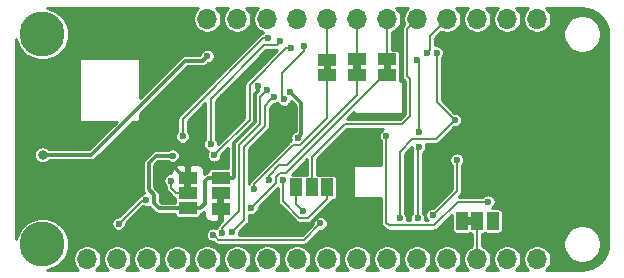
<source format=gbr>
G04 #@! TF.GenerationSoftware,KiCad,Pcbnew,(5.1.5)-2*
G04 #@! TF.CreationDate,2019-12-06T12:22:02+01:00*
G04 #@! TF.ProjectId,A2BFeatherWing,41324246-6561-4746-9865-7257696e672e,rev?*
G04 #@! TF.SameCoordinates,Original*
G04 #@! TF.FileFunction,Copper,L2,Bot*
G04 #@! TF.FilePolarity,Positive*
%FSLAX46Y46*%
G04 Gerber Fmt 4.6, Leading zero omitted, Abs format (unit mm)*
G04 Created by KiCad (PCBNEW (5.1.5)-2) date 2019-12-06 12:22:02*
%MOMM*%
%LPD*%
G04 APERTURE LIST*
%ADD10C,0.100000*%
%ADD11R,1.000000X1.500000*%
%ADD12R,1.500000X1.000000*%
%ADD13O,1.700000X1.700000*%
%ADD14C,3.810000*%
%ADD15C,0.600000*%
%ADD16C,0.800000*%
%ADD17C,0.200000*%
%ADD18C,0.300000*%
%ADD19C,0.254000*%
G04 APERTURE END LIST*
D10*
G36*
X85250000Y-117250000D02*
G01*
X85250000Y-116750000D01*
X84650000Y-116750000D01*
X84650000Y-117250000D01*
X85250000Y-117250000D01*
G37*
G36*
X81875000Y-115425000D02*
G01*
X81875000Y-115925000D01*
X82475000Y-115925000D01*
X82475000Y-115425000D01*
X81875000Y-115425000D01*
G37*
G36*
X98760000Y-105414000D02*
G01*
X98760000Y-105914000D01*
X99360000Y-105914000D01*
X99360000Y-105414000D01*
X98760000Y-105414000D01*
G37*
G36*
X93680000Y-105450000D02*
G01*
X93680000Y-105950000D01*
X94280000Y-105950000D01*
X94280000Y-105450000D01*
X93680000Y-105450000D01*
G37*
G36*
X96200000Y-105414000D02*
G01*
X96200000Y-105914000D01*
X96800000Y-105914000D01*
X96800000Y-105414000D01*
X96200000Y-105414000D01*
G37*
G36*
X105800000Y-119000000D02*
G01*
X106300000Y-119000000D01*
X106300000Y-118400000D01*
X105800000Y-118400000D01*
X105800000Y-119000000D01*
G37*
D11*
X93975000Y-115850000D03*
X92675000Y-115850000D03*
X91375000Y-115850000D03*
D12*
X84950000Y-116350000D03*
X84950000Y-115050000D03*
X84950000Y-117650000D03*
X82175000Y-116325000D03*
X82175000Y-117625000D03*
X82175000Y-115025000D03*
X99060000Y-106314000D03*
X99060000Y-105014000D03*
X93980000Y-106350000D03*
X93980000Y-105050000D03*
X96500000Y-106314000D03*
X96500000Y-105014000D03*
D11*
X106700000Y-118700000D03*
X108000000Y-118700000D03*
X105400000Y-118700000D03*
D13*
X83820000Y-101600000D03*
X86360000Y-101600000D03*
X88900000Y-101600000D03*
X91440000Y-101600000D03*
X93980000Y-101600000D03*
X96520000Y-101600000D03*
X99060000Y-101600000D03*
X101600000Y-101600000D03*
X104140000Y-101600000D03*
X106680000Y-101600000D03*
X109220000Y-101600000D03*
X111760000Y-101600000D03*
X111760000Y-121920000D03*
X109220000Y-121920000D03*
X106680000Y-121920000D03*
X104140000Y-121920000D03*
X101600000Y-121920000D03*
X99060000Y-121920000D03*
X96520000Y-121920000D03*
X93980000Y-121920000D03*
X91440000Y-121920000D03*
X88900000Y-121920000D03*
X86360000Y-121920000D03*
X83820000Y-121920000D03*
X81280000Y-121920000D03*
X78740000Y-121920000D03*
X76200000Y-121920000D03*
X73660000Y-121920000D03*
D14*
X69850000Y-120650000D03*
X69850000Y-102870000D03*
D15*
X87600000Y-113110000D03*
X90337077Y-108404408D03*
X92050000Y-103859990D03*
X103250000Y-104450000D03*
X104775000Y-110150000D03*
X93410000Y-118910000D03*
X100107111Y-118479990D03*
X84324479Y-119876437D03*
X89275000Y-112775000D03*
X89300000Y-110625000D03*
X71125000Y-112000000D03*
X71125000Y-114125000D03*
X80200000Y-110675000D03*
X108675000Y-104575000D03*
X111650000Y-106550000D03*
X115175000Y-109225000D03*
X115125000Y-114300000D03*
X111100000Y-119050000D03*
X70225000Y-116500000D03*
X74525000Y-119600000D03*
X79975000Y-116900000D03*
X81950000Y-119300000D03*
X79800000Y-114650000D03*
X97450000Y-117625000D03*
X96550000Y-109880000D03*
X96640000Y-113620000D03*
X78580000Y-104920000D03*
X85080000Y-102540000D03*
X73090000Y-116330000D03*
X75030000Y-116740000D03*
X91920000Y-114370000D03*
X100340000Y-121040000D03*
X95220000Y-120970000D03*
X85141649Y-108179807D03*
X90903634Y-108969237D03*
X100830000Y-113820000D03*
X105420000Y-121030000D03*
X98980000Y-111490000D03*
X107610000Y-117060000D03*
X102925000Y-118200000D03*
X104950000Y-113525000D03*
X76325000Y-118925000D03*
X78674989Y-116902127D03*
X84950000Y-115050000D03*
X91477202Y-111642821D03*
X88108897Y-107299646D03*
X90813531Y-107761749D03*
X80890000Y-113170000D03*
X101761918Y-111149980D03*
X101550000Y-105100010D03*
X101625000Y-118450000D03*
X101744671Y-112400010D03*
X83825000Y-104725000D03*
D16*
X69875000Y-113100000D03*
D15*
X85100000Y-119680000D03*
X88859389Y-107650207D03*
X85907870Y-119646228D03*
X89459209Y-108179579D03*
X108000000Y-118700000D03*
X87559272Y-117570728D03*
X80725000Y-115275000D03*
X85300000Y-116325000D03*
X84099989Y-112190000D03*
X90020000Y-103500002D03*
X81730000Y-111540000D03*
X88975000Y-103214470D03*
X89009406Y-115202050D03*
X87780043Y-115984248D03*
X90260000Y-115260000D03*
X91920000Y-117840000D03*
X84400000Y-113120000D03*
X102390000Y-104500000D03*
X90940000Y-104040000D03*
D17*
X90337077Y-108404408D02*
X90158803Y-108226134D01*
X90158803Y-106175451D02*
X92050000Y-104284254D01*
X92050000Y-104284254D02*
X92050000Y-103859990D01*
X90158803Y-108226134D02*
X90158803Y-106175451D01*
X103250000Y-104450000D02*
X103250000Y-108625000D01*
X103250000Y-108625000D02*
X104775000Y-110150000D01*
X100107111Y-112832889D02*
X100107111Y-118055726D01*
X104775000Y-110150000D02*
X103150000Y-111775000D01*
X100107111Y-118055726D02*
X100107111Y-118479990D01*
X103150000Y-111775000D02*
X101165000Y-111775000D01*
X101165000Y-111775000D02*
X100107111Y-112832889D01*
X84728043Y-120280001D02*
X84624478Y-120176436D01*
X84624478Y-120176436D02*
X84324479Y-119876437D01*
X92039999Y-120280001D02*
X84728043Y-120280001D01*
X93410000Y-118910000D02*
X92039999Y-120280001D01*
D18*
X81925000Y-115025000D02*
X81100000Y-114200000D01*
X82175000Y-115025000D02*
X81925000Y-115025000D01*
X80250000Y-114200000D02*
X79800000Y-114650000D01*
X81100000Y-114200000D02*
X80250000Y-114200000D01*
D17*
X98980000Y-111914264D02*
X98950000Y-111944264D01*
X98980000Y-111490000D02*
X98980000Y-111914264D01*
X98950000Y-111944264D02*
X98950000Y-118850000D01*
X98950000Y-118850000D02*
X99180000Y-119080000D01*
X99180000Y-119080000D02*
X103040000Y-119080000D01*
X103040000Y-119080000D02*
X105060000Y-117060000D01*
X105060000Y-117060000D02*
X107610000Y-117060000D01*
X102925000Y-118200000D02*
X104950000Y-116175000D01*
X104950000Y-116175000D02*
X104950000Y-113525000D01*
X78347873Y-116902127D02*
X78674989Y-116902127D01*
X76325000Y-118925000D02*
X78347873Y-116902127D01*
D18*
X83600000Y-117250000D02*
X83225000Y-117625000D01*
X83225000Y-117625000D02*
X82175000Y-117625000D01*
X83600000Y-115350000D02*
X83600000Y-117250000D01*
X84950000Y-115050000D02*
X83900000Y-115050000D01*
X83900000Y-115050000D02*
X83600000Y-115350000D01*
X86049989Y-112106421D02*
X87849977Y-110306434D01*
X87849977Y-107982830D02*
X88108897Y-107723910D01*
X91777201Y-108725419D02*
X91113530Y-108061748D01*
X84950000Y-115050000D02*
X86000000Y-115050000D01*
X91477202Y-111642821D02*
X91777201Y-111342822D01*
X91777201Y-111342822D02*
X91777201Y-108725419D01*
X87849977Y-110306434D02*
X87849977Y-107982830D01*
X86049989Y-115000011D02*
X86049989Y-112106421D01*
X88108897Y-107723910D02*
X88108897Y-107299646D01*
X86000000Y-115050000D02*
X86049989Y-115000011D01*
X91113530Y-108061748D02*
X90813531Y-107761749D01*
X80890000Y-113170000D02*
X79460000Y-113170000D01*
X79460000Y-113170000D02*
X78860000Y-113770000D01*
X81125000Y-117625000D02*
X82175000Y-117625000D01*
X79324999Y-117212001D02*
X79737998Y-117625000D01*
X79324999Y-116484999D02*
X79324999Y-117212001D01*
X78860000Y-116020000D02*
X79324999Y-116484999D01*
X78860000Y-113770000D02*
X78860000Y-116020000D01*
X79737998Y-117625000D02*
X81125000Y-117625000D01*
D17*
X101761918Y-105311928D02*
X101550000Y-105100010D01*
X101761918Y-111149980D02*
X101761918Y-105311928D01*
X101625000Y-118450000D02*
X101625000Y-112519681D01*
X101625000Y-112519681D02*
X101744671Y-112400010D01*
D18*
X83425001Y-105124999D02*
X81975001Y-105124999D01*
X83825000Y-104725000D02*
X83425001Y-105124999D01*
X81975001Y-105124999D02*
X74000000Y-113100000D01*
X74000000Y-113100000D02*
X69875000Y-113100000D01*
D17*
X88559390Y-107950206D02*
X88859389Y-107650207D01*
X88299988Y-108209608D02*
X88559390Y-107950206D01*
X86500000Y-117855736D02*
X86500000Y-112292820D01*
X86500000Y-112292820D02*
X88299988Y-110492834D01*
X85100000Y-119680000D02*
X85100000Y-119255736D01*
X85100000Y-119255736D02*
X86500000Y-117855736D01*
X88299988Y-110492834D02*
X88299988Y-108209608D01*
X88699999Y-108938789D02*
X89159210Y-108479578D01*
X85907870Y-119646228D02*
X86919999Y-118634099D01*
X89159210Y-108479578D02*
X89459209Y-108179579D01*
X86919999Y-112438521D02*
X88699999Y-110658523D01*
X88699999Y-110658523D02*
X88699999Y-108938789D01*
X86919999Y-118634099D02*
X86919999Y-112438521D01*
X106700000Y-121900000D02*
X106680000Y-121920000D01*
X106700000Y-118700000D02*
X106700000Y-121900000D01*
X89659999Y-115470001D02*
X87859271Y-117270729D01*
X99060000Y-106314000D02*
X98810000Y-106314000D01*
X89659999Y-114971999D02*
X89659999Y-115470001D01*
X89971999Y-114659999D02*
X89659999Y-114971999D01*
X90464001Y-114659999D02*
X89971999Y-114659999D01*
X98810000Y-106314000D02*
X90464001Y-114659999D01*
X87859271Y-117270729D02*
X87559272Y-117570728D01*
X96500000Y-101620000D02*
X96520000Y-101600000D01*
X96500000Y-105014000D02*
X96500000Y-101620000D01*
X93980000Y-104300000D02*
X93980000Y-101600000D01*
X93980000Y-105050000D02*
X93980000Y-104300000D01*
X99060000Y-105014000D02*
X99060000Y-101600000D01*
X81175000Y-116325000D02*
X82175000Y-116325000D01*
X80725000Y-115875000D02*
X81175000Y-116325000D01*
X80725000Y-115275000D02*
X80725000Y-115875000D01*
X84975000Y-116325000D02*
X85300000Y-116325000D01*
X84950000Y-116350000D02*
X84975000Y-116325000D01*
X84099989Y-112190000D02*
X84099989Y-108333465D01*
X89690003Y-103829999D02*
X89720001Y-103800001D01*
X89720001Y-103800001D02*
X90020000Y-103500002D01*
X88603455Y-103829999D02*
X89690003Y-103829999D01*
X84099989Y-108333465D02*
X88603455Y-103829999D01*
X88550736Y-103214470D02*
X88975000Y-103214470D01*
X81730000Y-111540000D02*
X81730000Y-110035206D01*
X81730000Y-110035206D02*
X88550736Y-103214470D01*
X96500000Y-106314000D02*
X96500000Y-108049406D01*
X89009406Y-114928952D02*
X89009406Y-115202050D01*
X89938381Y-113999977D02*
X89009406Y-114928952D01*
X90549429Y-113999977D02*
X89938381Y-113999977D01*
X96500000Y-108049406D02*
X90549429Y-113999977D01*
X87780043Y-115559984D02*
X87780043Y-115984248D01*
X93980000Y-110003706D02*
X91708715Y-112274991D01*
X91065036Y-112274991D02*
X87780043Y-115559984D01*
X93980000Y-106350000D02*
X93980000Y-110003706D01*
X91708715Y-112274991D02*
X91065036Y-112274991D01*
X90240000Y-117048004D02*
X91631998Y-118440002D01*
X90260000Y-115260000D02*
X90260000Y-115684264D01*
X93975000Y-116800000D02*
X93975000Y-115850000D01*
X90260000Y-115684264D02*
X90240000Y-115704264D01*
X91631998Y-118440002D02*
X92334998Y-118440002D01*
X92334998Y-118440002D02*
X93975000Y-116800000D01*
X90240000Y-115704264D02*
X90240000Y-117048004D01*
X100750001Y-102449999D02*
X101600000Y-101600000D01*
X100315689Y-110500011D02*
X100975021Y-109840679D01*
X92675000Y-115850000D02*
X92675000Y-113300000D01*
X95474989Y-110500011D02*
X100315689Y-110500011D01*
X100750001Y-106460021D02*
X100750001Y-102449999D01*
X100975021Y-106685041D02*
X100750001Y-106460021D01*
X92675000Y-113300000D02*
X95474989Y-110500011D01*
X100975021Y-109840679D02*
X100975021Y-106685041D01*
X91375000Y-115850000D02*
X91375000Y-117295000D01*
X91375000Y-117295000D02*
X91920000Y-117840000D01*
X102689999Y-103050001D02*
X103290001Y-102449999D01*
X102689999Y-104200001D02*
X102689999Y-103050001D01*
X103290001Y-102449999D02*
X104140000Y-101600000D01*
X102390000Y-104500000D02*
X102689999Y-104200001D01*
X87399966Y-107155770D02*
X90515736Y-104040000D01*
X87399966Y-110120034D02*
X87399966Y-107155770D01*
X90515736Y-104040000D02*
X90940000Y-104040000D01*
X84400000Y-113120000D02*
X87399966Y-110120034D01*
D19*
G36*
X83069706Y-100685764D02*
G01*
X82905764Y-100849706D01*
X82776956Y-101042481D01*
X82688231Y-101256682D01*
X82643000Y-101484076D01*
X82643000Y-101715924D01*
X82688231Y-101943318D01*
X82776956Y-102157519D01*
X82905764Y-102350294D01*
X83069706Y-102514236D01*
X83262481Y-102643044D01*
X83476682Y-102731769D01*
X83704076Y-102777000D01*
X83935924Y-102777000D01*
X84163318Y-102731769D01*
X84377519Y-102643044D01*
X84570294Y-102514236D01*
X84734236Y-102350294D01*
X84863044Y-102157519D01*
X84951769Y-101943318D01*
X84997000Y-101715924D01*
X84997000Y-101484076D01*
X84951769Y-101256682D01*
X84863044Y-101042481D01*
X84734236Y-100849706D01*
X84570294Y-100685764D01*
X84564661Y-100682000D01*
X85615339Y-100682000D01*
X85609706Y-100685764D01*
X85445764Y-100849706D01*
X85316956Y-101042481D01*
X85228231Y-101256682D01*
X85183000Y-101484076D01*
X85183000Y-101715924D01*
X85228231Y-101943318D01*
X85316956Y-102157519D01*
X85445764Y-102350294D01*
X85609706Y-102514236D01*
X85802481Y-102643044D01*
X86016682Y-102731769D01*
X86244076Y-102777000D01*
X86475924Y-102777000D01*
X86703318Y-102731769D01*
X86917519Y-102643044D01*
X87110294Y-102514236D01*
X87274236Y-102350294D01*
X87403044Y-102157519D01*
X87491769Y-101943318D01*
X87537000Y-101715924D01*
X87537000Y-101484076D01*
X87491769Y-101256682D01*
X87403044Y-101042481D01*
X87274236Y-100849706D01*
X87110294Y-100685764D01*
X87104661Y-100682000D01*
X88155339Y-100682000D01*
X88149706Y-100685764D01*
X87985764Y-100849706D01*
X87856956Y-101042481D01*
X87768231Y-101256682D01*
X87723000Y-101484076D01*
X87723000Y-101715924D01*
X87768231Y-101943318D01*
X87856956Y-102157519D01*
X87985764Y-102350294D01*
X88149706Y-102514236D01*
X88342481Y-102643044D01*
X88556682Y-102731769D01*
X88568615Y-102734143D01*
X88513707Y-102789051D01*
X88467029Y-102793648D01*
X88386540Y-102818065D01*
X88353639Y-102835651D01*
X88312359Y-102857715D01*
X88263634Y-102897702D01*
X88263625Y-102897711D01*
X88247341Y-102911075D01*
X88233977Y-102927359D01*
X81442896Y-109718442D01*
X81426606Y-109731811D01*
X81413237Y-109748101D01*
X81413232Y-109748106D01*
X81373245Y-109796830D01*
X81343220Y-109853004D01*
X81333596Y-109871010D01*
X81309179Y-109951499D01*
X81305800Y-109985804D01*
X81300935Y-110035206D01*
X81303001Y-110056183D01*
X81303000Y-111080288D01*
X81242977Y-111140311D01*
X81174360Y-111243004D01*
X81127095Y-111357111D01*
X81103000Y-111478246D01*
X81103000Y-111601754D01*
X81127095Y-111722889D01*
X81174360Y-111836996D01*
X81242977Y-111939689D01*
X81330311Y-112027023D01*
X81433004Y-112095640D01*
X81547111Y-112142905D01*
X81668246Y-112167000D01*
X81791754Y-112167000D01*
X81912889Y-112142905D01*
X82026996Y-112095640D01*
X82129689Y-112027023D01*
X82217023Y-111939689D01*
X82285640Y-111836996D01*
X82332905Y-111722889D01*
X82357000Y-111601754D01*
X82357000Y-111478246D01*
X82332905Y-111357111D01*
X82285640Y-111243004D01*
X82217023Y-111140311D01*
X82157000Y-111080288D01*
X82157000Y-110212074D01*
X83672990Y-108696085D01*
X83672989Y-111730288D01*
X83612966Y-111790311D01*
X83544349Y-111893004D01*
X83497084Y-112007111D01*
X83472989Y-112128246D01*
X83472989Y-112251754D01*
X83497084Y-112372889D01*
X83544349Y-112486996D01*
X83612966Y-112589689D01*
X83700300Y-112677023D01*
X83802993Y-112745640D01*
X83875880Y-112775831D01*
X83844360Y-112823004D01*
X83797095Y-112937111D01*
X83773000Y-113058246D01*
X83773000Y-113181754D01*
X83797095Y-113302889D01*
X83844360Y-113416996D01*
X83912977Y-113519689D01*
X84000311Y-113607023D01*
X84103004Y-113675640D01*
X84217111Y-113722905D01*
X84338246Y-113747000D01*
X84461754Y-113747000D01*
X84582889Y-113722905D01*
X84696996Y-113675640D01*
X84799689Y-113607023D01*
X84887023Y-113519689D01*
X84955640Y-113416996D01*
X85002905Y-113302889D01*
X85027000Y-113181754D01*
X85027000Y-113096868D01*
X85572990Y-112550878D01*
X85572989Y-114221418D01*
X84200000Y-114221418D01*
X84135897Y-114227732D01*
X84074257Y-114246430D01*
X84017450Y-114276794D01*
X83967657Y-114317657D01*
X83926794Y-114367450D01*
X83896430Y-114424257D01*
X83877732Y-114485897D01*
X83871418Y-114550000D01*
X83871418Y-114573508D01*
X83806492Y-114579903D01*
X83716577Y-114607178D01*
X83633711Y-114651471D01*
X83561079Y-114711079D01*
X83560392Y-114711916D01*
X83563072Y-114525000D01*
X83550812Y-114400518D01*
X83514502Y-114280820D01*
X83455537Y-114170506D01*
X83376185Y-114073815D01*
X83279494Y-113994463D01*
X83169180Y-113935498D01*
X83049482Y-113899188D01*
X82925000Y-113886928D01*
X82460750Y-113890000D01*
X82302000Y-114048750D01*
X82302000Y-114898000D01*
X82322000Y-114898000D01*
X82322000Y-115098000D01*
X82028000Y-115098000D01*
X82028000Y-114898000D01*
X82048000Y-114898000D01*
X82048000Y-114048750D01*
X81889250Y-113890000D01*
X81425000Y-113886928D01*
X81300518Y-113899188D01*
X81180820Y-113935498D01*
X81070506Y-113994463D01*
X80973815Y-114073815D01*
X80894463Y-114170506D01*
X80835498Y-114280820D01*
X80799188Y-114400518D01*
X80786928Y-114525000D01*
X80788697Y-114648387D01*
X80786754Y-114648000D01*
X80663246Y-114648000D01*
X80542111Y-114672095D01*
X80428004Y-114719360D01*
X80325311Y-114787977D01*
X80237977Y-114875311D01*
X80169360Y-114978004D01*
X80122095Y-115092111D01*
X80098000Y-115213246D01*
X80098000Y-115336754D01*
X80122095Y-115457889D01*
X80169360Y-115571996D01*
X80237977Y-115674689D01*
X80298001Y-115734713D01*
X80298001Y-115854023D01*
X80295935Y-115875000D01*
X80298001Y-115895977D01*
X80298001Y-115895978D01*
X80304179Y-115958707D01*
X80313900Y-115990752D01*
X80328596Y-116039196D01*
X80368245Y-116113376D01*
X80408232Y-116162100D01*
X80408237Y-116162105D01*
X80421606Y-116178395D01*
X80437895Y-116191763D01*
X80858236Y-116612105D01*
X80871605Y-116628395D01*
X80887895Y-116641764D01*
X80887899Y-116641768D01*
X80936623Y-116681755D01*
X80968541Y-116698815D01*
X81010804Y-116721405D01*
X81091293Y-116745822D01*
X81096418Y-116746327D01*
X81096418Y-116825000D01*
X81102732Y-116889103D01*
X81121430Y-116950743D01*
X81134396Y-116975000D01*
X81121430Y-116999257D01*
X81102732Y-117060897D01*
X81096418Y-117125000D01*
X81096418Y-117148000D01*
X79935578Y-117148000D01*
X79801999Y-117014422D01*
X79801999Y-116508414D01*
X79804305Y-116484999D01*
X79801999Y-116461584D01*
X79801999Y-116461576D01*
X79795096Y-116391491D01*
X79767821Y-116301576D01*
X79723528Y-116218710D01*
X79663920Y-116146078D01*
X79645728Y-116131148D01*
X79337000Y-115822421D01*
X79337000Y-113967579D01*
X79657580Y-113647000D01*
X80480288Y-113647000D01*
X80490311Y-113657023D01*
X80593004Y-113725640D01*
X80707111Y-113772905D01*
X80828246Y-113797000D01*
X80951754Y-113797000D01*
X81072889Y-113772905D01*
X81186996Y-113725640D01*
X81289689Y-113657023D01*
X81377023Y-113569689D01*
X81445640Y-113466996D01*
X81492905Y-113352889D01*
X81517000Y-113231754D01*
X81517000Y-113108246D01*
X81492905Y-112987111D01*
X81445640Y-112873004D01*
X81377023Y-112770311D01*
X81289689Y-112682977D01*
X81186996Y-112614360D01*
X81072889Y-112567095D01*
X80951754Y-112543000D01*
X80828246Y-112543000D01*
X80707111Y-112567095D01*
X80593004Y-112614360D01*
X80490311Y-112682977D01*
X80480288Y-112693000D01*
X79483414Y-112693000D01*
X79459999Y-112690694D01*
X79436584Y-112693000D01*
X79436577Y-112693000D01*
X79366492Y-112699903D01*
X79276577Y-112727178D01*
X79193711Y-112771471D01*
X79121079Y-112831079D01*
X79106149Y-112849271D01*
X78539276Y-113416145D01*
X78521079Y-113431079D01*
X78461471Y-113503711D01*
X78417178Y-113586578D01*
X78389903Y-113676493D01*
X78383000Y-113746578D01*
X78383000Y-113746585D01*
X78380694Y-113770000D01*
X78383000Y-113793415D01*
X78383001Y-115996575D01*
X78380694Y-116020000D01*
X78389903Y-116113507D01*
X78417178Y-116203422D01*
X78417179Y-116203423D01*
X78461472Y-116286289D01*
X78477163Y-116305409D01*
X78377993Y-116346487D01*
X78275300Y-116415104D01*
X78187966Y-116502438D01*
X78186304Y-116504925D01*
X78183677Y-116505722D01*
X78163762Y-116516367D01*
X78109496Y-116545372D01*
X78060771Y-116585360D01*
X78060768Y-116585363D01*
X78044478Y-116598732D01*
X78031109Y-116615022D01*
X76348132Y-118298000D01*
X76263246Y-118298000D01*
X76142111Y-118322095D01*
X76028004Y-118369360D01*
X75925311Y-118437977D01*
X75837977Y-118525311D01*
X75769360Y-118628004D01*
X75722095Y-118742111D01*
X75698000Y-118863246D01*
X75698000Y-118986754D01*
X75722095Y-119107889D01*
X75769360Y-119221996D01*
X75837977Y-119324689D01*
X75925311Y-119412023D01*
X76028004Y-119480640D01*
X76142111Y-119527905D01*
X76263246Y-119552000D01*
X76386754Y-119552000D01*
X76507889Y-119527905D01*
X76621996Y-119480640D01*
X76724689Y-119412023D01*
X76812023Y-119324689D01*
X76880640Y-119221996D01*
X76927905Y-119107889D01*
X76952000Y-118986754D01*
X76952000Y-118901868D01*
X78390798Y-117463071D01*
X78492100Y-117505032D01*
X78613235Y-117529127D01*
X78736743Y-117529127D01*
X78857878Y-117505032D01*
X78925740Y-117476922D01*
X78926471Y-117478290D01*
X78951761Y-117509106D01*
X78970134Y-117531493D01*
X78986079Y-117550922D01*
X79004270Y-117565851D01*
X79384147Y-117945729D01*
X79399077Y-117963921D01*
X79417268Y-117978850D01*
X79417270Y-117978852D01*
X79434469Y-117992967D01*
X79471709Y-118023529D01*
X79554575Y-118067822D01*
X79644490Y-118095097D01*
X79714575Y-118102000D01*
X79714583Y-118102000D01*
X79737998Y-118104306D01*
X79761413Y-118102000D01*
X81096418Y-118102000D01*
X81096418Y-118125000D01*
X81102732Y-118189103D01*
X81121430Y-118250743D01*
X81151794Y-118307550D01*
X81192657Y-118357343D01*
X81242450Y-118398206D01*
X81299257Y-118428570D01*
X81360897Y-118447268D01*
X81425000Y-118453582D01*
X82925000Y-118453582D01*
X82989103Y-118447268D01*
X83050743Y-118428570D01*
X83107550Y-118398206D01*
X83157343Y-118357343D01*
X83198206Y-118307550D01*
X83228570Y-118250743D01*
X83247268Y-118189103D01*
X83253582Y-118125000D01*
X83253582Y-118101492D01*
X83318508Y-118095097D01*
X83408423Y-118067822D01*
X83491289Y-118023529D01*
X83563921Y-117963921D01*
X83564608Y-117963084D01*
X83561928Y-118150000D01*
X83574188Y-118274482D01*
X83610498Y-118394180D01*
X83669463Y-118504494D01*
X83748815Y-118601185D01*
X83845506Y-118680537D01*
X83955820Y-118739502D01*
X84075518Y-118775812D01*
X84200000Y-118788072D01*
X84664250Y-118785000D01*
X84823000Y-118626250D01*
X84823000Y-117777000D01*
X84803000Y-117777000D01*
X84803000Y-117577000D01*
X85097000Y-117577000D01*
X85097000Y-117777000D01*
X85077000Y-117777000D01*
X85077000Y-118626250D01*
X85101309Y-118650559D01*
X84812895Y-118938972D01*
X84796606Y-118952341D01*
X84783237Y-118968631D01*
X84783232Y-118968636D01*
X84743245Y-119017360D01*
X84717380Y-119065752D01*
X84703596Y-119091540D01*
X84679179Y-119172029D01*
X84674581Y-119218707D01*
X84612977Y-119280311D01*
X84593631Y-119309264D01*
X84507368Y-119273532D01*
X84386233Y-119249437D01*
X84262725Y-119249437D01*
X84141590Y-119273532D01*
X84027483Y-119320797D01*
X83924790Y-119389414D01*
X83837456Y-119476748D01*
X83768839Y-119579441D01*
X83721574Y-119693548D01*
X83697479Y-119814683D01*
X83697479Y-119938191D01*
X83721574Y-120059326D01*
X83768839Y-120173433D01*
X83837456Y-120276126D01*
X83924790Y-120363460D01*
X84027483Y-120432077D01*
X84141590Y-120479342D01*
X84262725Y-120503437D01*
X84347611Y-120503437D01*
X84411275Y-120567101D01*
X84424648Y-120583396D01*
X84489667Y-120636756D01*
X84563847Y-120676406D01*
X84644336Y-120700823D01*
X84707065Y-120707001D01*
X84707075Y-120707001D01*
X84728042Y-120709066D01*
X84749009Y-120707001D01*
X92019032Y-120707001D01*
X92039999Y-120709066D01*
X92060966Y-120707001D01*
X92060977Y-120707001D01*
X92123706Y-120700823D01*
X92204195Y-120676406D01*
X92278375Y-120636756D01*
X92343394Y-120583396D01*
X92356767Y-120567101D01*
X93386869Y-119537000D01*
X93471754Y-119537000D01*
X93592889Y-119512905D01*
X93706996Y-119465640D01*
X93809689Y-119397023D01*
X93897023Y-119309689D01*
X93965640Y-119206996D01*
X94012905Y-119092889D01*
X94037000Y-118971754D01*
X94037000Y-118848246D01*
X94012905Y-118727111D01*
X93965640Y-118613004D01*
X93897023Y-118510311D01*
X93809689Y-118422977D01*
X93706996Y-118354360D01*
X93592889Y-118307095D01*
X93471754Y-118283000D01*
X93348246Y-118283000D01*
X93227111Y-118307095D01*
X93113004Y-118354360D01*
X93010311Y-118422977D01*
X92922977Y-118510311D01*
X92854360Y-118613004D01*
X92807095Y-118727111D01*
X92783000Y-118848246D01*
X92783000Y-118933131D01*
X91863131Y-119853001D01*
X86500882Y-119853001D01*
X86510775Y-119829117D01*
X86534870Y-119707982D01*
X86534870Y-119623096D01*
X87207105Y-118950862D01*
X87223394Y-118937494D01*
X87236763Y-118921204D01*
X87236767Y-118921200D01*
X87276755Y-118872475D01*
X87316404Y-118798296D01*
X87329001Y-118756769D01*
X87340821Y-118717806D01*
X87346999Y-118655077D01*
X87346999Y-118655066D01*
X87349064Y-118634099D01*
X87346999Y-118613132D01*
X87346999Y-118161462D01*
X87376383Y-118173633D01*
X87497518Y-118197728D01*
X87621026Y-118197728D01*
X87742161Y-118173633D01*
X87856268Y-118126368D01*
X87958961Y-118057751D01*
X88046295Y-117970417D01*
X88114912Y-117867724D01*
X88162177Y-117753617D01*
X88186272Y-117632482D01*
X88186272Y-117547596D01*
X89813000Y-115920869D01*
X89813001Y-117027027D01*
X89810935Y-117048004D01*
X89813001Y-117068981D01*
X89813001Y-117068982D01*
X89819179Y-117131711D01*
X89839629Y-117199123D01*
X89843596Y-117212200D01*
X89883245Y-117286380D01*
X89923232Y-117335104D01*
X89923237Y-117335109D01*
X89936606Y-117351399D01*
X89952895Y-117364768D01*
X91315234Y-118727107D01*
X91328603Y-118743397D01*
X91344893Y-118756766D01*
X91344896Y-118756769D01*
X91393621Y-118796757D01*
X91431763Y-118817144D01*
X91467802Y-118836407D01*
X91548291Y-118860824D01*
X91611020Y-118867002D01*
X91611032Y-118867002D01*
X91631997Y-118869067D01*
X91652962Y-118867002D01*
X92314031Y-118867002D01*
X92334998Y-118869067D01*
X92355965Y-118867002D01*
X92355976Y-118867002D01*
X92418705Y-118860824D01*
X92499194Y-118836407D01*
X92573374Y-118796757D01*
X92638393Y-118743397D01*
X92651766Y-118727102D01*
X94262106Y-117116763D01*
X94278395Y-117103395D01*
X94291764Y-117087105D01*
X94291768Y-117087101D01*
X94331755Y-117038377D01*
X94361018Y-116983629D01*
X94371405Y-116964196D01*
X94382209Y-116928582D01*
X94475000Y-116928582D01*
X94539103Y-116922268D01*
X94600743Y-116903570D01*
X94657550Y-116873206D01*
X94707343Y-116832343D01*
X94748206Y-116782550D01*
X94778570Y-116725743D01*
X94797268Y-116664103D01*
X94803582Y-116600000D01*
X94803582Y-115100000D01*
X94797268Y-115035897D01*
X94778570Y-114974257D01*
X94748206Y-114917450D01*
X94707343Y-114867657D01*
X94657550Y-114826794D01*
X94600743Y-114796430D01*
X94539103Y-114777732D01*
X94475000Y-114771418D01*
X93475000Y-114771418D01*
X93410897Y-114777732D01*
X93349257Y-114796430D01*
X93325000Y-114809396D01*
X93300743Y-114796430D01*
X93239103Y-114777732D01*
X93175000Y-114771418D01*
X93102000Y-114771418D01*
X93102000Y-113476868D01*
X95651858Y-110927011D01*
X98700746Y-110927011D01*
X98683004Y-110934360D01*
X98580311Y-111002977D01*
X98492977Y-111090311D01*
X98424360Y-111193004D01*
X98377095Y-111307111D01*
X98353000Y-111428246D01*
X98353000Y-111551754D01*
X98377095Y-111672889D01*
X98424360Y-111786996D01*
X98492977Y-111889689D01*
X98523321Y-111920033D01*
X98523000Y-111923287D01*
X98523000Y-111923297D01*
X98520935Y-111944264D01*
X98523000Y-111965231D01*
X98523000Y-113948000D01*
X96300000Y-113948000D01*
X96275224Y-113950440D01*
X96251399Y-113957667D01*
X96229443Y-113969403D01*
X96210197Y-113985197D01*
X96194403Y-114004443D01*
X96182667Y-114026399D01*
X96175440Y-114050224D01*
X96173000Y-114075000D01*
X96173000Y-116600000D01*
X96175440Y-116624776D01*
X96182667Y-116648601D01*
X96194403Y-116670557D01*
X96210197Y-116689803D01*
X96229443Y-116705597D01*
X96251399Y-116717333D01*
X96275224Y-116724560D01*
X96300000Y-116727000D01*
X98523001Y-116727000D01*
X98523001Y-118829023D01*
X98520935Y-118850000D01*
X98523001Y-118870977D01*
X98523001Y-118870978D01*
X98529179Y-118933707D01*
X98548165Y-118996293D01*
X98553596Y-119014196D01*
X98593245Y-119088376D01*
X98633232Y-119137100D01*
X98633237Y-119137105D01*
X98646606Y-119153395D01*
X98662896Y-119166764D01*
X98863232Y-119367100D01*
X98876605Y-119383395D01*
X98941624Y-119436755D01*
X99015804Y-119476405D01*
X99096293Y-119500822D01*
X99159022Y-119507000D01*
X99159032Y-119507000D01*
X99179999Y-119509065D01*
X99200966Y-119507000D01*
X103019033Y-119507000D01*
X103040000Y-119509065D01*
X103060967Y-119507000D01*
X103060978Y-119507000D01*
X103123707Y-119500822D01*
X103204196Y-119476405D01*
X103278376Y-119436755D01*
X103343395Y-119383395D01*
X103356768Y-119367100D01*
X104571418Y-118152451D01*
X104571418Y-119450000D01*
X104577732Y-119514103D01*
X104596430Y-119575743D01*
X104626794Y-119632550D01*
X104667657Y-119682343D01*
X104717450Y-119723206D01*
X104774257Y-119753570D01*
X104835897Y-119772268D01*
X104900000Y-119778582D01*
X105900000Y-119778582D01*
X105964103Y-119772268D01*
X106025743Y-119753570D01*
X106050000Y-119740604D01*
X106074257Y-119753570D01*
X106135897Y-119772268D01*
X106200000Y-119778582D01*
X106273000Y-119778582D01*
X106273001Y-120814609D01*
X106122481Y-120876956D01*
X105929706Y-121005764D01*
X105765764Y-121169706D01*
X105636956Y-121362481D01*
X105548231Y-121576682D01*
X105503000Y-121804076D01*
X105503000Y-122035924D01*
X105548231Y-122263318D01*
X105636956Y-122477519D01*
X105765764Y-122670294D01*
X105929706Y-122834236D01*
X105935339Y-122838000D01*
X104884661Y-122838000D01*
X104890294Y-122834236D01*
X105054236Y-122670294D01*
X105183044Y-122477519D01*
X105271769Y-122263318D01*
X105317000Y-122035924D01*
X105317000Y-121804076D01*
X105271769Y-121576682D01*
X105183044Y-121362481D01*
X105054236Y-121169706D01*
X104890294Y-121005764D01*
X104697519Y-120876956D01*
X104483318Y-120788231D01*
X104255924Y-120743000D01*
X104024076Y-120743000D01*
X103796682Y-120788231D01*
X103582481Y-120876956D01*
X103389706Y-121005764D01*
X103225764Y-121169706D01*
X103096956Y-121362481D01*
X103008231Y-121576682D01*
X102963000Y-121804076D01*
X102963000Y-122035924D01*
X103008231Y-122263318D01*
X103096956Y-122477519D01*
X103225764Y-122670294D01*
X103389706Y-122834236D01*
X103395339Y-122838000D01*
X102344661Y-122838000D01*
X102350294Y-122834236D01*
X102514236Y-122670294D01*
X102643044Y-122477519D01*
X102731769Y-122263318D01*
X102777000Y-122035924D01*
X102777000Y-121804076D01*
X102731769Y-121576682D01*
X102643044Y-121362481D01*
X102514236Y-121169706D01*
X102350294Y-121005764D01*
X102157519Y-120876956D01*
X101943318Y-120788231D01*
X101715924Y-120743000D01*
X101484076Y-120743000D01*
X101256682Y-120788231D01*
X101042481Y-120876956D01*
X100849706Y-121005764D01*
X100685764Y-121169706D01*
X100556956Y-121362481D01*
X100468231Y-121576682D01*
X100423000Y-121804076D01*
X100423000Y-122035924D01*
X100468231Y-122263318D01*
X100556956Y-122477519D01*
X100685764Y-122670294D01*
X100849706Y-122834236D01*
X100855339Y-122838000D01*
X99804661Y-122838000D01*
X99810294Y-122834236D01*
X99974236Y-122670294D01*
X100103044Y-122477519D01*
X100191769Y-122263318D01*
X100237000Y-122035924D01*
X100237000Y-121804076D01*
X100191769Y-121576682D01*
X100103044Y-121362481D01*
X99974236Y-121169706D01*
X99810294Y-121005764D01*
X99617519Y-120876956D01*
X99403318Y-120788231D01*
X99175924Y-120743000D01*
X98944076Y-120743000D01*
X98716682Y-120788231D01*
X98502481Y-120876956D01*
X98309706Y-121005764D01*
X98145764Y-121169706D01*
X98016956Y-121362481D01*
X97928231Y-121576682D01*
X97883000Y-121804076D01*
X97883000Y-122035924D01*
X97928231Y-122263318D01*
X98016956Y-122477519D01*
X98145764Y-122670294D01*
X98309706Y-122834236D01*
X98315339Y-122838000D01*
X97264661Y-122838000D01*
X97270294Y-122834236D01*
X97434236Y-122670294D01*
X97563044Y-122477519D01*
X97651769Y-122263318D01*
X97697000Y-122035924D01*
X97697000Y-121804076D01*
X97651769Y-121576682D01*
X97563044Y-121362481D01*
X97434236Y-121169706D01*
X97270294Y-121005764D01*
X97077519Y-120876956D01*
X96863318Y-120788231D01*
X96635924Y-120743000D01*
X96404076Y-120743000D01*
X96176682Y-120788231D01*
X95962481Y-120876956D01*
X95769706Y-121005764D01*
X95605764Y-121169706D01*
X95476956Y-121362481D01*
X95388231Y-121576682D01*
X95343000Y-121804076D01*
X95343000Y-122035924D01*
X95388231Y-122263318D01*
X95476956Y-122477519D01*
X95605764Y-122670294D01*
X95769706Y-122834236D01*
X95775339Y-122838000D01*
X94724661Y-122838000D01*
X94730294Y-122834236D01*
X94894236Y-122670294D01*
X95023044Y-122477519D01*
X95111769Y-122263318D01*
X95157000Y-122035924D01*
X95157000Y-121804076D01*
X95111769Y-121576682D01*
X95023044Y-121362481D01*
X94894236Y-121169706D01*
X94730294Y-121005764D01*
X94537519Y-120876956D01*
X94323318Y-120788231D01*
X94095924Y-120743000D01*
X93864076Y-120743000D01*
X93636682Y-120788231D01*
X93422481Y-120876956D01*
X93229706Y-121005764D01*
X93065764Y-121169706D01*
X92936956Y-121362481D01*
X92848231Y-121576682D01*
X92803000Y-121804076D01*
X92803000Y-122035924D01*
X92848231Y-122263318D01*
X92936956Y-122477519D01*
X93065764Y-122670294D01*
X93229706Y-122834236D01*
X93235339Y-122838000D01*
X92184661Y-122838000D01*
X92190294Y-122834236D01*
X92354236Y-122670294D01*
X92483044Y-122477519D01*
X92571769Y-122263318D01*
X92617000Y-122035924D01*
X92617000Y-121804076D01*
X92571769Y-121576682D01*
X92483044Y-121362481D01*
X92354236Y-121169706D01*
X92190294Y-121005764D01*
X91997519Y-120876956D01*
X91783318Y-120788231D01*
X91555924Y-120743000D01*
X91324076Y-120743000D01*
X91096682Y-120788231D01*
X90882481Y-120876956D01*
X90689706Y-121005764D01*
X90525764Y-121169706D01*
X90396956Y-121362481D01*
X90308231Y-121576682D01*
X90263000Y-121804076D01*
X90263000Y-122035924D01*
X90308231Y-122263318D01*
X90396956Y-122477519D01*
X90525764Y-122670294D01*
X90689706Y-122834236D01*
X90695339Y-122838000D01*
X89644661Y-122838000D01*
X89650294Y-122834236D01*
X89814236Y-122670294D01*
X89943044Y-122477519D01*
X90031769Y-122263318D01*
X90077000Y-122035924D01*
X90077000Y-121804076D01*
X90031769Y-121576682D01*
X89943044Y-121362481D01*
X89814236Y-121169706D01*
X89650294Y-121005764D01*
X89457519Y-120876956D01*
X89243318Y-120788231D01*
X89015924Y-120743000D01*
X88784076Y-120743000D01*
X88556682Y-120788231D01*
X88342481Y-120876956D01*
X88149706Y-121005764D01*
X87985764Y-121169706D01*
X87856956Y-121362481D01*
X87768231Y-121576682D01*
X87723000Y-121804076D01*
X87723000Y-122035924D01*
X87768231Y-122263318D01*
X87856956Y-122477519D01*
X87985764Y-122670294D01*
X88149706Y-122834236D01*
X88155339Y-122838000D01*
X87104661Y-122838000D01*
X87110294Y-122834236D01*
X87274236Y-122670294D01*
X87403044Y-122477519D01*
X87491769Y-122263318D01*
X87537000Y-122035924D01*
X87537000Y-121804076D01*
X87491769Y-121576682D01*
X87403044Y-121362481D01*
X87274236Y-121169706D01*
X87110294Y-121005764D01*
X86917519Y-120876956D01*
X86703318Y-120788231D01*
X86475924Y-120743000D01*
X86244076Y-120743000D01*
X86016682Y-120788231D01*
X85802481Y-120876956D01*
X85609706Y-121005764D01*
X85445764Y-121169706D01*
X85316956Y-121362481D01*
X85228231Y-121576682D01*
X85183000Y-121804076D01*
X85183000Y-122035924D01*
X85228231Y-122263318D01*
X85316956Y-122477519D01*
X85445764Y-122670294D01*
X85609706Y-122834236D01*
X85615339Y-122838000D01*
X84564661Y-122838000D01*
X84570294Y-122834236D01*
X84734236Y-122670294D01*
X84863044Y-122477519D01*
X84951769Y-122263318D01*
X84997000Y-122035924D01*
X84997000Y-121804076D01*
X84951769Y-121576682D01*
X84863044Y-121362481D01*
X84734236Y-121169706D01*
X84570294Y-121005764D01*
X84377519Y-120876956D01*
X84163318Y-120788231D01*
X83935924Y-120743000D01*
X83704076Y-120743000D01*
X83476682Y-120788231D01*
X83262481Y-120876956D01*
X83069706Y-121005764D01*
X82905764Y-121169706D01*
X82776956Y-121362481D01*
X82688231Y-121576682D01*
X82643000Y-121804076D01*
X82643000Y-122035924D01*
X82688231Y-122263318D01*
X82776956Y-122477519D01*
X82905764Y-122670294D01*
X83069706Y-122834236D01*
X83075339Y-122838000D01*
X82024661Y-122838000D01*
X82030294Y-122834236D01*
X82194236Y-122670294D01*
X82323044Y-122477519D01*
X82411769Y-122263318D01*
X82457000Y-122035924D01*
X82457000Y-121804076D01*
X82411769Y-121576682D01*
X82323044Y-121362481D01*
X82194236Y-121169706D01*
X82030294Y-121005764D01*
X81837519Y-120876956D01*
X81623318Y-120788231D01*
X81395924Y-120743000D01*
X81164076Y-120743000D01*
X80936682Y-120788231D01*
X80722481Y-120876956D01*
X80529706Y-121005764D01*
X80365764Y-121169706D01*
X80236956Y-121362481D01*
X80148231Y-121576682D01*
X80103000Y-121804076D01*
X80103000Y-122035924D01*
X80148231Y-122263318D01*
X80236956Y-122477519D01*
X80365764Y-122670294D01*
X80529706Y-122834236D01*
X80535339Y-122838000D01*
X79484661Y-122838000D01*
X79490294Y-122834236D01*
X79654236Y-122670294D01*
X79783044Y-122477519D01*
X79871769Y-122263318D01*
X79917000Y-122035924D01*
X79917000Y-121804076D01*
X79871769Y-121576682D01*
X79783044Y-121362481D01*
X79654236Y-121169706D01*
X79490294Y-121005764D01*
X79297519Y-120876956D01*
X79083318Y-120788231D01*
X78855924Y-120743000D01*
X78624076Y-120743000D01*
X78396682Y-120788231D01*
X78182481Y-120876956D01*
X77989706Y-121005764D01*
X77825764Y-121169706D01*
X77696956Y-121362481D01*
X77608231Y-121576682D01*
X77563000Y-121804076D01*
X77563000Y-122035924D01*
X77608231Y-122263318D01*
X77696956Y-122477519D01*
X77825764Y-122670294D01*
X77989706Y-122834236D01*
X77995339Y-122838000D01*
X76944661Y-122838000D01*
X76950294Y-122834236D01*
X77114236Y-122670294D01*
X77243044Y-122477519D01*
X77331769Y-122263318D01*
X77377000Y-122035924D01*
X77377000Y-121804076D01*
X77331769Y-121576682D01*
X77243044Y-121362481D01*
X77114236Y-121169706D01*
X76950294Y-121005764D01*
X76757519Y-120876956D01*
X76543318Y-120788231D01*
X76315924Y-120743000D01*
X76084076Y-120743000D01*
X75856682Y-120788231D01*
X75642481Y-120876956D01*
X75449706Y-121005764D01*
X75285764Y-121169706D01*
X75156956Y-121362481D01*
X75068231Y-121576682D01*
X75023000Y-121804076D01*
X75023000Y-122035924D01*
X75068231Y-122263318D01*
X75156956Y-122477519D01*
X75285764Y-122670294D01*
X75449706Y-122834236D01*
X75455339Y-122838000D01*
X74404661Y-122838000D01*
X74410294Y-122834236D01*
X74574236Y-122670294D01*
X74703044Y-122477519D01*
X74791769Y-122263318D01*
X74837000Y-122035924D01*
X74837000Y-121804076D01*
X74791769Y-121576682D01*
X74703044Y-121362481D01*
X74574236Y-121169706D01*
X74410294Y-121005764D01*
X74217519Y-120876956D01*
X74003318Y-120788231D01*
X73775924Y-120743000D01*
X73544076Y-120743000D01*
X73316682Y-120788231D01*
X73102481Y-120876956D01*
X72909706Y-121005764D01*
X72745764Y-121169706D01*
X72616956Y-121362481D01*
X72528231Y-121576682D01*
X72483000Y-121804076D01*
X72483000Y-122035924D01*
X72528231Y-122263318D01*
X72616956Y-122477519D01*
X72745764Y-122670294D01*
X72909706Y-122834236D01*
X72915339Y-122838000D01*
X70291037Y-122838000D01*
X70501050Y-122796226D01*
X70907249Y-122627973D01*
X71272817Y-122383708D01*
X71583708Y-122072817D01*
X71827973Y-121707249D01*
X71996226Y-121301050D01*
X72082000Y-120869833D01*
X72082000Y-120430167D01*
X71996226Y-119998950D01*
X71827973Y-119592751D01*
X71583708Y-119227183D01*
X71272817Y-118916292D01*
X70907249Y-118672027D01*
X70501050Y-118503774D01*
X70069833Y-118418000D01*
X69630167Y-118418000D01*
X69198950Y-118503774D01*
X68792751Y-118672027D01*
X68427183Y-118916292D01*
X68116292Y-119227183D01*
X67872027Y-119592751D01*
X67703774Y-119998950D01*
X67662000Y-120208963D01*
X67662000Y-113028397D01*
X69148000Y-113028397D01*
X69148000Y-113171603D01*
X69175938Y-113312058D01*
X69230741Y-113444364D01*
X69310302Y-113563436D01*
X69411564Y-113664698D01*
X69530636Y-113744259D01*
X69662942Y-113799062D01*
X69803397Y-113827000D01*
X69946603Y-113827000D01*
X70087058Y-113799062D01*
X70219364Y-113744259D01*
X70338436Y-113664698D01*
X70426134Y-113577000D01*
X73976585Y-113577000D01*
X74000000Y-113579306D01*
X74023415Y-113577000D01*
X74023423Y-113577000D01*
X74093508Y-113570097D01*
X74183423Y-113542822D01*
X74266289Y-113498529D01*
X74338921Y-113438921D01*
X74353855Y-113420724D01*
X77497579Y-110277000D01*
X77975000Y-110277000D01*
X77999776Y-110274560D01*
X78023601Y-110267333D01*
X78045557Y-110255597D01*
X78064803Y-110239803D01*
X78080597Y-110220557D01*
X78092333Y-110198601D01*
X78099560Y-110174776D01*
X78102000Y-110150000D01*
X78102000Y-109672579D01*
X82172581Y-105601999D01*
X83401586Y-105601999D01*
X83425001Y-105604305D01*
X83448416Y-105601999D01*
X83448424Y-105601999D01*
X83518509Y-105595096D01*
X83608424Y-105567821D01*
X83691290Y-105523528D01*
X83763922Y-105463920D01*
X83778856Y-105445723D01*
X83872579Y-105352000D01*
X83886754Y-105352000D01*
X84007889Y-105327905D01*
X84121996Y-105280640D01*
X84224689Y-105212023D01*
X84312023Y-105124689D01*
X84380640Y-105021996D01*
X84427905Y-104907889D01*
X84452000Y-104786754D01*
X84452000Y-104663246D01*
X84427905Y-104542111D01*
X84380640Y-104428004D01*
X84312023Y-104325311D01*
X84224689Y-104237977D01*
X84121996Y-104169360D01*
X84007889Y-104122095D01*
X83886754Y-104098000D01*
X83763246Y-104098000D01*
X83642111Y-104122095D01*
X83528004Y-104169360D01*
X83425311Y-104237977D01*
X83337977Y-104325311D01*
X83269360Y-104428004D01*
X83222095Y-104542111D01*
X83201033Y-104647999D01*
X81998416Y-104647999D01*
X81975001Y-104645693D01*
X81951586Y-104647999D01*
X81951578Y-104647999D01*
X81881493Y-104654902D01*
X81791578Y-104682177D01*
X81708712Y-104726470D01*
X81688260Y-104743255D01*
X81636080Y-104786078D01*
X81621151Y-104804269D01*
X78102000Y-108323420D01*
X78102000Y-105025000D01*
X78099560Y-105000224D01*
X78092333Y-104976399D01*
X78080597Y-104954443D01*
X78064803Y-104935197D01*
X78045557Y-104919403D01*
X78023601Y-104907667D01*
X77999776Y-104900440D01*
X77975000Y-104898000D01*
X73075000Y-104898000D01*
X73050224Y-104900440D01*
X73026399Y-104907667D01*
X73004443Y-104919403D01*
X72985197Y-104935197D01*
X72969403Y-104954443D01*
X72957667Y-104976399D01*
X72950440Y-105000224D01*
X72948000Y-105025000D01*
X72948000Y-110150000D01*
X72950440Y-110174776D01*
X72957667Y-110198601D01*
X72969403Y-110220557D01*
X72985197Y-110239803D01*
X73004443Y-110255597D01*
X73026399Y-110267333D01*
X73050224Y-110274560D01*
X73075000Y-110277000D01*
X76148421Y-110277000D01*
X73802421Y-112623000D01*
X70426134Y-112623000D01*
X70338436Y-112535302D01*
X70219364Y-112455741D01*
X70087058Y-112400938D01*
X69946603Y-112373000D01*
X69803397Y-112373000D01*
X69662942Y-112400938D01*
X69530636Y-112455741D01*
X69411564Y-112535302D01*
X69310302Y-112636564D01*
X69230741Y-112755636D01*
X69175938Y-112887942D01*
X69148000Y-113028397D01*
X67662000Y-113028397D01*
X67662000Y-103311037D01*
X67703774Y-103521050D01*
X67872027Y-103927249D01*
X68116292Y-104292817D01*
X68427183Y-104603708D01*
X68792751Y-104847973D01*
X69198950Y-105016226D01*
X69630167Y-105102000D01*
X70069833Y-105102000D01*
X70501050Y-105016226D01*
X70907249Y-104847973D01*
X71272817Y-104603708D01*
X71583708Y-104292817D01*
X71827973Y-103927249D01*
X71996226Y-103521050D01*
X72082000Y-103089833D01*
X72082000Y-102650167D01*
X71996226Y-102218950D01*
X71827973Y-101812751D01*
X71583708Y-101447183D01*
X71272817Y-101136292D01*
X70907249Y-100892027D01*
X70501050Y-100723774D01*
X70291037Y-100682000D01*
X83075339Y-100682000D01*
X83069706Y-100685764D01*
G37*
X83069706Y-100685764D02*
X82905764Y-100849706D01*
X82776956Y-101042481D01*
X82688231Y-101256682D01*
X82643000Y-101484076D01*
X82643000Y-101715924D01*
X82688231Y-101943318D01*
X82776956Y-102157519D01*
X82905764Y-102350294D01*
X83069706Y-102514236D01*
X83262481Y-102643044D01*
X83476682Y-102731769D01*
X83704076Y-102777000D01*
X83935924Y-102777000D01*
X84163318Y-102731769D01*
X84377519Y-102643044D01*
X84570294Y-102514236D01*
X84734236Y-102350294D01*
X84863044Y-102157519D01*
X84951769Y-101943318D01*
X84997000Y-101715924D01*
X84997000Y-101484076D01*
X84951769Y-101256682D01*
X84863044Y-101042481D01*
X84734236Y-100849706D01*
X84570294Y-100685764D01*
X84564661Y-100682000D01*
X85615339Y-100682000D01*
X85609706Y-100685764D01*
X85445764Y-100849706D01*
X85316956Y-101042481D01*
X85228231Y-101256682D01*
X85183000Y-101484076D01*
X85183000Y-101715924D01*
X85228231Y-101943318D01*
X85316956Y-102157519D01*
X85445764Y-102350294D01*
X85609706Y-102514236D01*
X85802481Y-102643044D01*
X86016682Y-102731769D01*
X86244076Y-102777000D01*
X86475924Y-102777000D01*
X86703318Y-102731769D01*
X86917519Y-102643044D01*
X87110294Y-102514236D01*
X87274236Y-102350294D01*
X87403044Y-102157519D01*
X87491769Y-101943318D01*
X87537000Y-101715924D01*
X87537000Y-101484076D01*
X87491769Y-101256682D01*
X87403044Y-101042481D01*
X87274236Y-100849706D01*
X87110294Y-100685764D01*
X87104661Y-100682000D01*
X88155339Y-100682000D01*
X88149706Y-100685764D01*
X87985764Y-100849706D01*
X87856956Y-101042481D01*
X87768231Y-101256682D01*
X87723000Y-101484076D01*
X87723000Y-101715924D01*
X87768231Y-101943318D01*
X87856956Y-102157519D01*
X87985764Y-102350294D01*
X88149706Y-102514236D01*
X88342481Y-102643044D01*
X88556682Y-102731769D01*
X88568615Y-102734143D01*
X88513707Y-102789051D01*
X88467029Y-102793648D01*
X88386540Y-102818065D01*
X88353639Y-102835651D01*
X88312359Y-102857715D01*
X88263634Y-102897702D01*
X88263625Y-102897711D01*
X88247341Y-102911075D01*
X88233977Y-102927359D01*
X81442896Y-109718442D01*
X81426606Y-109731811D01*
X81413237Y-109748101D01*
X81413232Y-109748106D01*
X81373245Y-109796830D01*
X81343220Y-109853004D01*
X81333596Y-109871010D01*
X81309179Y-109951499D01*
X81305800Y-109985804D01*
X81300935Y-110035206D01*
X81303001Y-110056183D01*
X81303000Y-111080288D01*
X81242977Y-111140311D01*
X81174360Y-111243004D01*
X81127095Y-111357111D01*
X81103000Y-111478246D01*
X81103000Y-111601754D01*
X81127095Y-111722889D01*
X81174360Y-111836996D01*
X81242977Y-111939689D01*
X81330311Y-112027023D01*
X81433004Y-112095640D01*
X81547111Y-112142905D01*
X81668246Y-112167000D01*
X81791754Y-112167000D01*
X81912889Y-112142905D01*
X82026996Y-112095640D01*
X82129689Y-112027023D01*
X82217023Y-111939689D01*
X82285640Y-111836996D01*
X82332905Y-111722889D01*
X82357000Y-111601754D01*
X82357000Y-111478246D01*
X82332905Y-111357111D01*
X82285640Y-111243004D01*
X82217023Y-111140311D01*
X82157000Y-111080288D01*
X82157000Y-110212074D01*
X83672990Y-108696085D01*
X83672989Y-111730288D01*
X83612966Y-111790311D01*
X83544349Y-111893004D01*
X83497084Y-112007111D01*
X83472989Y-112128246D01*
X83472989Y-112251754D01*
X83497084Y-112372889D01*
X83544349Y-112486996D01*
X83612966Y-112589689D01*
X83700300Y-112677023D01*
X83802993Y-112745640D01*
X83875880Y-112775831D01*
X83844360Y-112823004D01*
X83797095Y-112937111D01*
X83773000Y-113058246D01*
X83773000Y-113181754D01*
X83797095Y-113302889D01*
X83844360Y-113416996D01*
X83912977Y-113519689D01*
X84000311Y-113607023D01*
X84103004Y-113675640D01*
X84217111Y-113722905D01*
X84338246Y-113747000D01*
X84461754Y-113747000D01*
X84582889Y-113722905D01*
X84696996Y-113675640D01*
X84799689Y-113607023D01*
X84887023Y-113519689D01*
X84955640Y-113416996D01*
X85002905Y-113302889D01*
X85027000Y-113181754D01*
X85027000Y-113096868D01*
X85572990Y-112550878D01*
X85572989Y-114221418D01*
X84200000Y-114221418D01*
X84135897Y-114227732D01*
X84074257Y-114246430D01*
X84017450Y-114276794D01*
X83967657Y-114317657D01*
X83926794Y-114367450D01*
X83896430Y-114424257D01*
X83877732Y-114485897D01*
X83871418Y-114550000D01*
X83871418Y-114573508D01*
X83806492Y-114579903D01*
X83716577Y-114607178D01*
X83633711Y-114651471D01*
X83561079Y-114711079D01*
X83560392Y-114711916D01*
X83563072Y-114525000D01*
X83550812Y-114400518D01*
X83514502Y-114280820D01*
X83455537Y-114170506D01*
X83376185Y-114073815D01*
X83279494Y-113994463D01*
X83169180Y-113935498D01*
X83049482Y-113899188D01*
X82925000Y-113886928D01*
X82460750Y-113890000D01*
X82302000Y-114048750D01*
X82302000Y-114898000D01*
X82322000Y-114898000D01*
X82322000Y-115098000D01*
X82028000Y-115098000D01*
X82028000Y-114898000D01*
X82048000Y-114898000D01*
X82048000Y-114048750D01*
X81889250Y-113890000D01*
X81425000Y-113886928D01*
X81300518Y-113899188D01*
X81180820Y-113935498D01*
X81070506Y-113994463D01*
X80973815Y-114073815D01*
X80894463Y-114170506D01*
X80835498Y-114280820D01*
X80799188Y-114400518D01*
X80786928Y-114525000D01*
X80788697Y-114648387D01*
X80786754Y-114648000D01*
X80663246Y-114648000D01*
X80542111Y-114672095D01*
X80428004Y-114719360D01*
X80325311Y-114787977D01*
X80237977Y-114875311D01*
X80169360Y-114978004D01*
X80122095Y-115092111D01*
X80098000Y-115213246D01*
X80098000Y-115336754D01*
X80122095Y-115457889D01*
X80169360Y-115571996D01*
X80237977Y-115674689D01*
X80298001Y-115734713D01*
X80298001Y-115854023D01*
X80295935Y-115875000D01*
X80298001Y-115895977D01*
X80298001Y-115895978D01*
X80304179Y-115958707D01*
X80313900Y-115990752D01*
X80328596Y-116039196D01*
X80368245Y-116113376D01*
X80408232Y-116162100D01*
X80408237Y-116162105D01*
X80421606Y-116178395D01*
X80437895Y-116191763D01*
X80858236Y-116612105D01*
X80871605Y-116628395D01*
X80887895Y-116641764D01*
X80887899Y-116641768D01*
X80936623Y-116681755D01*
X80968541Y-116698815D01*
X81010804Y-116721405D01*
X81091293Y-116745822D01*
X81096418Y-116746327D01*
X81096418Y-116825000D01*
X81102732Y-116889103D01*
X81121430Y-116950743D01*
X81134396Y-116975000D01*
X81121430Y-116999257D01*
X81102732Y-117060897D01*
X81096418Y-117125000D01*
X81096418Y-117148000D01*
X79935578Y-117148000D01*
X79801999Y-117014422D01*
X79801999Y-116508414D01*
X79804305Y-116484999D01*
X79801999Y-116461584D01*
X79801999Y-116461576D01*
X79795096Y-116391491D01*
X79767821Y-116301576D01*
X79723528Y-116218710D01*
X79663920Y-116146078D01*
X79645728Y-116131148D01*
X79337000Y-115822421D01*
X79337000Y-113967579D01*
X79657580Y-113647000D01*
X80480288Y-113647000D01*
X80490311Y-113657023D01*
X80593004Y-113725640D01*
X80707111Y-113772905D01*
X80828246Y-113797000D01*
X80951754Y-113797000D01*
X81072889Y-113772905D01*
X81186996Y-113725640D01*
X81289689Y-113657023D01*
X81377023Y-113569689D01*
X81445640Y-113466996D01*
X81492905Y-113352889D01*
X81517000Y-113231754D01*
X81517000Y-113108246D01*
X81492905Y-112987111D01*
X81445640Y-112873004D01*
X81377023Y-112770311D01*
X81289689Y-112682977D01*
X81186996Y-112614360D01*
X81072889Y-112567095D01*
X80951754Y-112543000D01*
X80828246Y-112543000D01*
X80707111Y-112567095D01*
X80593004Y-112614360D01*
X80490311Y-112682977D01*
X80480288Y-112693000D01*
X79483414Y-112693000D01*
X79459999Y-112690694D01*
X79436584Y-112693000D01*
X79436577Y-112693000D01*
X79366492Y-112699903D01*
X79276577Y-112727178D01*
X79193711Y-112771471D01*
X79121079Y-112831079D01*
X79106149Y-112849271D01*
X78539276Y-113416145D01*
X78521079Y-113431079D01*
X78461471Y-113503711D01*
X78417178Y-113586578D01*
X78389903Y-113676493D01*
X78383000Y-113746578D01*
X78383000Y-113746585D01*
X78380694Y-113770000D01*
X78383000Y-113793415D01*
X78383001Y-115996575D01*
X78380694Y-116020000D01*
X78389903Y-116113507D01*
X78417178Y-116203422D01*
X78417179Y-116203423D01*
X78461472Y-116286289D01*
X78477163Y-116305409D01*
X78377993Y-116346487D01*
X78275300Y-116415104D01*
X78187966Y-116502438D01*
X78186304Y-116504925D01*
X78183677Y-116505722D01*
X78163762Y-116516367D01*
X78109496Y-116545372D01*
X78060771Y-116585360D01*
X78060768Y-116585363D01*
X78044478Y-116598732D01*
X78031109Y-116615022D01*
X76348132Y-118298000D01*
X76263246Y-118298000D01*
X76142111Y-118322095D01*
X76028004Y-118369360D01*
X75925311Y-118437977D01*
X75837977Y-118525311D01*
X75769360Y-118628004D01*
X75722095Y-118742111D01*
X75698000Y-118863246D01*
X75698000Y-118986754D01*
X75722095Y-119107889D01*
X75769360Y-119221996D01*
X75837977Y-119324689D01*
X75925311Y-119412023D01*
X76028004Y-119480640D01*
X76142111Y-119527905D01*
X76263246Y-119552000D01*
X76386754Y-119552000D01*
X76507889Y-119527905D01*
X76621996Y-119480640D01*
X76724689Y-119412023D01*
X76812023Y-119324689D01*
X76880640Y-119221996D01*
X76927905Y-119107889D01*
X76952000Y-118986754D01*
X76952000Y-118901868D01*
X78390798Y-117463071D01*
X78492100Y-117505032D01*
X78613235Y-117529127D01*
X78736743Y-117529127D01*
X78857878Y-117505032D01*
X78925740Y-117476922D01*
X78926471Y-117478290D01*
X78951761Y-117509106D01*
X78970134Y-117531493D01*
X78986079Y-117550922D01*
X79004270Y-117565851D01*
X79384147Y-117945729D01*
X79399077Y-117963921D01*
X79417268Y-117978850D01*
X79417270Y-117978852D01*
X79434469Y-117992967D01*
X79471709Y-118023529D01*
X79554575Y-118067822D01*
X79644490Y-118095097D01*
X79714575Y-118102000D01*
X79714583Y-118102000D01*
X79737998Y-118104306D01*
X79761413Y-118102000D01*
X81096418Y-118102000D01*
X81096418Y-118125000D01*
X81102732Y-118189103D01*
X81121430Y-118250743D01*
X81151794Y-118307550D01*
X81192657Y-118357343D01*
X81242450Y-118398206D01*
X81299257Y-118428570D01*
X81360897Y-118447268D01*
X81425000Y-118453582D01*
X82925000Y-118453582D01*
X82989103Y-118447268D01*
X83050743Y-118428570D01*
X83107550Y-118398206D01*
X83157343Y-118357343D01*
X83198206Y-118307550D01*
X83228570Y-118250743D01*
X83247268Y-118189103D01*
X83253582Y-118125000D01*
X83253582Y-118101492D01*
X83318508Y-118095097D01*
X83408423Y-118067822D01*
X83491289Y-118023529D01*
X83563921Y-117963921D01*
X83564608Y-117963084D01*
X83561928Y-118150000D01*
X83574188Y-118274482D01*
X83610498Y-118394180D01*
X83669463Y-118504494D01*
X83748815Y-118601185D01*
X83845506Y-118680537D01*
X83955820Y-118739502D01*
X84075518Y-118775812D01*
X84200000Y-118788072D01*
X84664250Y-118785000D01*
X84823000Y-118626250D01*
X84823000Y-117777000D01*
X84803000Y-117777000D01*
X84803000Y-117577000D01*
X85097000Y-117577000D01*
X85097000Y-117777000D01*
X85077000Y-117777000D01*
X85077000Y-118626250D01*
X85101309Y-118650559D01*
X84812895Y-118938972D01*
X84796606Y-118952341D01*
X84783237Y-118968631D01*
X84783232Y-118968636D01*
X84743245Y-119017360D01*
X84717380Y-119065752D01*
X84703596Y-119091540D01*
X84679179Y-119172029D01*
X84674581Y-119218707D01*
X84612977Y-119280311D01*
X84593631Y-119309264D01*
X84507368Y-119273532D01*
X84386233Y-119249437D01*
X84262725Y-119249437D01*
X84141590Y-119273532D01*
X84027483Y-119320797D01*
X83924790Y-119389414D01*
X83837456Y-119476748D01*
X83768839Y-119579441D01*
X83721574Y-119693548D01*
X83697479Y-119814683D01*
X83697479Y-119938191D01*
X83721574Y-120059326D01*
X83768839Y-120173433D01*
X83837456Y-120276126D01*
X83924790Y-120363460D01*
X84027483Y-120432077D01*
X84141590Y-120479342D01*
X84262725Y-120503437D01*
X84347611Y-120503437D01*
X84411275Y-120567101D01*
X84424648Y-120583396D01*
X84489667Y-120636756D01*
X84563847Y-120676406D01*
X84644336Y-120700823D01*
X84707065Y-120707001D01*
X84707075Y-120707001D01*
X84728042Y-120709066D01*
X84749009Y-120707001D01*
X92019032Y-120707001D01*
X92039999Y-120709066D01*
X92060966Y-120707001D01*
X92060977Y-120707001D01*
X92123706Y-120700823D01*
X92204195Y-120676406D01*
X92278375Y-120636756D01*
X92343394Y-120583396D01*
X92356767Y-120567101D01*
X93386869Y-119537000D01*
X93471754Y-119537000D01*
X93592889Y-119512905D01*
X93706996Y-119465640D01*
X93809689Y-119397023D01*
X93897023Y-119309689D01*
X93965640Y-119206996D01*
X94012905Y-119092889D01*
X94037000Y-118971754D01*
X94037000Y-118848246D01*
X94012905Y-118727111D01*
X93965640Y-118613004D01*
X93897023Y-118510311D01*
X93809689Y-118422977D01*
X93706996Y-118354360D01*
X93592889Y-118307095D01*
X93471754Y-118283000D01*
X93348246Y-118283000D01*
X93227111Y-118307095D01*
X93113004Y-118354360D01*
X93010311Y-118422977D01*
X92922977Y-118510311D01*
X92854360Y-118613004D01*
X92807095Y-118727111D01*
X92783000Y-118848246D01*
X92783000Y-118933131D01*
X91863131Y-119853001D01*
X86500882Y-119853001D01*
X86510775Y-119829117D01*
X86534870Y-119707982D01*
X86534870Y-119623096D01*
X87207105Y-118950862D01*
X87223394Y-118937494D01*
X87236763Y-118921204D01*
X87236767Y-118921200D01*
X87276755Y-118872475D01*
X87316404Y-118798296D01*
X87329001Y-118756769D01*
X87340821Y-118717806D01*
X87346999Y-118655077D01*
X87346999Y-118655066D01*
X87349064Y-118634099D01*
X87346999Y-118613132D01*
X87346999Y-118161462D01*
X87376383Y-118173633D01*
X87497518Y-118197728D01*
X87621026Y-118197728D01*
X87742161Y-118173633D01*
X87856268Y-118126368D01*
X87958961Y-118057751D01*
X88046295Y-117970417D01*
X88114912Y-117867724D01*
X88162177Y-117753617D01*
X88186272Y-117632482D01*
X88186272Y-117547596D01*
X89813000Y-115920869D01*
X89813001Y-117027027D01*
X89810935Y-117048004D01*
X89813001Y-117068981D01*
X89813001Y-117068982D01*
X89819179Y-117131711D01*
X89839629Y-117199123D01*
X89843596Y-117212200D01*
X89883245Y-117286380D01*
X89923232Y-117335104D01*
X89923237Y-117335109D01*
X89936606Y-117351399D01*
X89952895Y-117364768D01*
X91315234Y-118727107D01*
X91328603Y-118743397D01*
X91344893Y-118756766D01*
X91344896Y-118756769D01*
X91393621Y-118796757D01*
X91431763Y-118817144D01*
X91467802Y-118836407D01*
X91548291Y-118860824D01*
X91611020Y-118867002D01*
X91611032Y-118867002D01*
X91631997Y-118869067D01*
X91652962Y-118867002D01*
X92314031Y-118867002D01*
X92334998Y-118869067D01*
X92355965Y-118867002D01*
X92355976Y-118867002D01*
X92418705Y-118860824D01*
X92499194Y-118836407D01*
X92573374Y-118796757D01*
X92638393Y-118743397D01*
X92651766Y-118727102D01*
X94262106Y-117116763D01*
X94278395Y-117103395D01*
X94291764Y-117087105D01*
X94291768Y-117087101D01*
X94331755Y-117038377D01*
X94361018Y-116983629D01*
X94371405Y-116964196D01*
X94382209Y-116928582D01*
X94475000Y-116928582D01*
X94539103Y-116922268D01*
X94600743Y-116903570D01*
X94657550Y-116873206D01*
X94707343Y-116832343D01*
X94748206Y-116782550D01*
X94778570Y-116725743D01*
X94797268Y-116664103D01*
X94803582Y-116600000D01*
X94803582Y-115100000D01*
X94797268Y-115035897D01*
X94778570Y-114974257D01*
X94748206Y-114917450D01*
X94707343Y-114867657D01*
X94657550Y-114826794D01*
X94600743Y-114796430D01*
X94539103Y-114777732D01*
X94475000Y-114771418D01*
X93475000Y-114771418D01*
X93410897Y-114777732D01*
X93349257Y-114796430D01*
X93325000Y-114809396D01*
X93300743Y-114796430D01*
X93239103Y-114777732D01*
X93175000Y-114771418D01*
X93102000Y-114771418D01*
X93102000Y-113476868D01*
X95651858Y-110927011D01*
X98700746Y-110927011D01*
X98683004Y-110934360D01*
X98580311Y-111002977D01*
X98492977Y-111090311D01*
X98424360Y-111193004D01*
X98377095Y-111307111D01*
X98353000Y-111428246D01*
X98353000Y-111551754D01*
X98377095Y-111672889D01*
X98424360Y-111786996D01*
X98492977Y-111889689D01*
X98523321Y-111920033D01*
X98523000Y-111923287D01*
X98523000Y-111923297D01*
X98520935Y-111944264D01*
X98523000Y-111965231D01*
X98523000Y-113948000D01*
X96300000Y-113948000D01*
X96275224Y-113950440D01*
X96251399Y-113957667D01*
X96229443Y-113969403D01*
X96210197Y-113985197D01*
X96194403Y-114004443D01*
X96182667Y-114026399D01*
X96175440Y-114050224D01*
X96173000Y-114075000D01*
X96173000Y-116600000D01*
X96175440Y-116624776D01*
X96182667Y-116648601D01*
X96194403Y-116670557D01*
X96210197Y-116689803D01*
X96229443Y-116705597D01*
X96251399Y-116717333D01*
X96275224Y-116724560D01*
X96300000Y-116727000D01*
X98523001Y-116727000D01*
X98523001Y-118829023D01*
X98520935Y-118850000D01*
X98523001Y-118870977D01*
X98523001Y-118870978D01*
X98529179Y-118933707D01*
X98548165Y-118996293D01*
X98553596Y-119014196D01*
X98593245Y-119088376D01*
X98633232Y-119137100D01*
X98633237Y-119137105D01*
X98646606Y-119153395D01*
X98662896Y-119166764D01*
X98863232Y-119367100D01*
X98876605Y-119383395D01*
X98941624Y-119436755D01*
X99015804Y-119476405D01*
X99096293Y-119500822D01*
X99159022Y-119507000D01*
X99159032Y-119507000D01*
X99179999Y-119509065D01*
X99200966Y-119507000D01*
X103019033Y-119507000D01*
X103040000Y-119509065D01*
X103060967Y-119507000D01*
X103060978Y-119507000D01*
X103123707Y-119500822D01*
X103204196Y-119476405D01*
X103278376Y-119436755D01*
X103343395Y-119383395D01*
X103356768Y-119367100D01*
X104571418Y-118152451D01*
X104571418Y-119450000D01*
X104577732Y-119514103D01*
X104596430Y-119575743D01*
X104626794Y-119632550D01*
X104667657Y-119682343D01*
X104717450Y-119723206D01*
X104774257Y-119753570D01*
X104835897Y-119772268D01*
X104900000Y-119778582D01*
X105900000Y-119778582D01*
X105964103Y-119772268D01*
X106025743Y-119753570D01*
X106050000Y-119740604D01*
X106074257Y-119753570D01*
X106135897Y-119772268D01*
X106200000Y-119778582D01*
X106273000Y-119778582D01*
X106273001Y-120814609D01*
X106122481Y-120876956D01*
X105929706Y-121005764D01*
X105765764Y-121169706D01*
X105636956Y-121362481D01*
X105548231Y-121576682D01*
X105503000Y-121804076D01*
X105503000Y-122035924D01*
X105548231Y-122263318D01*
X105636956Y-122477519D01*
X105765764Y-122670294D01*
X105929706Y-122834236D01*
X105935339Y-122838000D01*
X104884661Y-122838000D01*
X104890294Y-122834236D01*
X105054236Y-122670294D01*
X105183044Y-122477519D01*
X105271769Y-122263318D01*
X105317000Y-122035924D01*
X105317000Y-121804076D01*
X105271769Y-121576682D01*
X105183044Y-121362481D01*
X105054236Y-121169706D01*
X104890294Y-121005764D01*
X104697519Y-120876956D01*
X104483318Y-120788231D01*
X104255924Y-120743000D01*
X104024076Y-120743000D01*
X103796682Y-120788231D01*
X103582481Y-120876956D01*
X103389706Y-121005764D01*
X103225764Y-121169706D01*
X103096956Y-121362481D01*
X103008231Y-121576682D01*
X102963000Y-121804076D01*
X102963000Y-122035924D01*
X103008231Y-122263318D01*
X103096956Y-122477519D01*
X103225764Y-122670294D01*
X103389706Y-122834236D01*
X103395339Y-122838000D01*
X102344661Y-122838000D01*
X102350294Y-122834236D01*
X102514236Y-122670294D01*
X102643044Y-122477519D01*
X102731769Y-122263318D01*
X102777000Y-122035924D01*
X102777000Y-121804076D01*
X102731769Y-121576682D01*
X102643044Y-121362481D01*
X102514236Y-121169706D01*
X102350294Y-121005764D01*
X102157519Y-120876956D01*
X101943318Y-120788231D01*
X101715924Y-120743000D01*
X101484076Y-120743000D01*
X101256682Y-120788231D01*
X101042481Y-120876956D01*
X100849706Y-121005764D01*
X100685764Y-121169706D01*
X100556956Y-121362481D01*
X100468231Y-121576682D01*
X100423000Y-121804076D01*
X100423000Y-122035924D01*
X100468231Y-122263318D01*
X100556956Y-122477519D01*
X100685764Y-122670294D01*
X100849706Y-122834236D01*
X100855339Y-122838000D01*
X99804661Y-122838000D01*
X99810294Y-122834236D01*
X99974236Y-122670294D01*
X100103044Y-122477519D01*
X100191769Y-122263318D01*
X100237000Y-122035924D01*
X100237000Y-121804076D01*
X100191769Y-121576682D01*
X100103044Y-121362481D01*
X99974236Y-121169706D01*
X99810294Y-121005764D01*
X99617519Y-120876956D01*
X99403318Y-120788231D01*
X99175924Y-120743000D01*
X98944076Y-120743000D01*
X98716682Y-120788231D01*
X98502481Y-120876956D01*
X98309706Y-121005764D01*
X98145764Y-121169706D01*
X98016956Y-121362481D01*
X97928231Y-121576682D01*
X97883000Y-121804076D01*
X97883000Y-122035924D01*
X97928231Y-122263318D01*
X98016956Y-122477519D01*
X98145764Y-122670294D01*
X98309706Y-122834236D01*
X98315339Y-122838000D01*
X97264661Y-122838000D01*
X97270294Y-122834236D01*
X97434236Y-122670294D01*
X97563044Y-122477519D01*
X97651769Y-122263318D01*
X97697000Y-122035924D01*
X97697000Y-121804076D01*
X97651769Y-121576682D01*
X97563044Y-121362481D01*
X97434236Y-121169706D01*
X97270294Y-121005764D01*
X97077519Y-120876956D01*
X96863318Y-120788231D01*
X96635924Y-120743000D01*
X96404076Y-120743000D01*
X96176682Y-120788231D01*
X95962481Y-120876956D01*
X95769706Y-121005764D01*
X95605764Y-121169706D01*
X95476956Y-121362481D01*
X95388231Y-121576682D01*
X95343000Y-121804076D01*
X95343000Y-122035924D01*
X95388231Y-122263318D01*
X95476956Y-122477519D01*
X95605764Y-122670294D01*
X95769706Y-122834236D01*
X95775339Y-122838000D01*
X94724661Y-122838000D01*
X94730294Y-122834236D01*
X94894236Y-122670294D01*
X95023044Y-122477519D01*
X95111769Y-122263318D01*
X95157000Y-122035924D01*
X95157000Y-121804076D01*
X95111769Y-121576682D01*
X95023044Y-121362481D01*
X94894236Y-121169706D01*
X94730294Y-121005764D01*
X94537519Y-120876956D01*
X94323318Y-120788231D01*
X94095924Y-120743000D01*
X93864076Y-120743000D01*
X93636682Y-120788231D01*
X93422481Y-120876956D01*
X93229706Y-121005764D01*
X93065764Y-121169706D01*
X92936956Y-121362481D01*
X92848231Y-121576682D01*
X92803000Y-121804076D01*
X92803000Y-122035924D01*
X92848231Y-122263318D01*
X92936956Y-122477519D01*
X93065764Y-122670294D01*
X93229706Y-122834236D01*
X93235339Y-122838000D01*
X92184661Y-122838000D01*
X92190294Y-122834236D01*
X92354236Y-122670294D01*
X92483044Y-122477519D01*
X92571769Y-122263318D01*
X92617000Y-122035924D01*
X92617000Y-121804076D01*
X92571769Y-121576682D01*
X92483044Y-121362481D01*
X92354236Y-121169706D01*
X92190294Y-121005764D01*
X91997519Y-120876956D01*
X91783318Y-120788231D01*
X91555924Y-120743000D01*
X91324076Y-120743000D01*
X91096682Y-120788231D01*
X90882481Y-120876956D01*
X90689706Y-121005764D01*
X90525764Y-121169706D01*
X90396956Y-121362481D01*
X90308231Y-121576682D01*
X90263000Y-121804076D01*
X90263000Y-122035924D01*
X90308231Y-122263318D01*
X90396956Y-122477519D01*
X90525764Y-122670294D01*
X90689706Y-122834236D01*
X90695339Y-122838000D01*
X89644661Y-122838000D01*
X89650294Y-122834236D01*
X89814236Y-122670294D01*
X89943044Y-122477519D01*
X90031769Y-122263318D01*
X90077000Y-122035924D01*
X90077000Y-121804076D01*
X90031769Y-121576682D01*
X89943044Y-121362481D01*
X89814236Y-121169706D01*
X89650294Y-121005764D01*
X89457519Y-120876956D01*
X89243318Y-120788231D01*
X89015924Y-120743000D01*
X88784076Y-120743000D01*
X88556682Y-120788231D01*
X88342481Y-120876956D01*
X88149706Y-121005764D01*
X87985764Y-121169706D01*
X87856956Y-121362481D01*
X87768231Y-121576682D01*
X87723000Y-121804076D01*
X87723000Y-122035924D01*
X87768231Y-122263318D01*
X87856956Y-122477519D01*
X87985764Y-122670294D01*
X88149706Y-122834236D01*
X88155339Y-122838000D01*
X87104661Y-122838000D01*
X87110294Y-122834236D01*
X87274236Y-122670294D01*
X87403044Y-122477519D01*
X87491769Y-122263318D01*
X87537000Y-122035924D01*
X87537000Y-121804076D01*
X87491769Y-121576682D01*
X87403044Y-121362481D01*
X87274236Y-121169706D01*
X87110294Y-121005764D01*
X86917519Y-120876956D01*
X86703318Y-120788231D01*
X86475924Y-120743000D01*
X86244076Y-120743000D01*
X86016682Y-120788231D01*
X85802481Y-120876956D01*
X85609706Y-121005764D01*
X85445764Y-121169706D01*
X85316956Y-121362481D01*
X85228231Y-121576682D01*
X85183000Y-121804076D01*
X85183000Y-122035924D01*
X85228231Y-122263318D01*
X85316956Y-122477519D01*
X85445764Y-122670294D01*
X85609706Y-122834236D01*
X85615339Y-122838000D01*
X84564661Y-122838000D01*
X84570294Y-122834236D01*
X84734236Y-122670294D01*
X84863044Y-122477519D01*
X84951769Y-122263318D01*
X84997000Y-122035924D01*
X84997000Y-121804076D01*
X84951769Y-121576682D01*
X84863044Y-121362481D01*
X84734236Y-121169706D01*
X84570294Y-121005764D01*
X84377519Y-120876956D01*
X84163318Y-120788231D01*
X83935924Y-120743000D01*
X83704076Y-120743000D01*
X83476682Y-120788231D01*
X83262481Y-120876956D01*
X83069706Y-121005764D01*
X82905764Y-121169706D01*
X82776956Y-121362481D01*
X82688231Y-121576682D01*
X82643000Y-121804076D01*
X82643000Y-122035924D01*
X82688231Y-122263318D01*
X82776956Y-122477519D01*
X82905764Y-122670294D01*
X83069706Y-122834236D01*
X83075339Y-122838000D01*
X82024661Y-122838000D01*
X82030294Y-122834236D01*
X82194236Y-122670294D01*
X82323044Y-122477519D01*
X82411769Y-122263318D01*
X82457000Y-122035924D01*
X82457000Y-121804076D01*
X82411769Y-121576682D01*
X82323044Y-121362481D01*
X82194236Y-121169706D01*
X82030294Y-121005764D01*
X81837519Y-120876956D01*
X81623318Y-120788231D01*
X81395924Y-120743000D01*
X81164076Y-120743000D01*
X80936682Y-120788231D01*
X80722481Y-120876956D01*
X80529706Y-121005764D01*
X80365764Y-121169706D01*
X80236956Y-121362481D01*
X80148231Y-121576682D01*
X80103000Y-121804076D01*
X80103000Y-122035924D01*
X80148231Y-122263318D01*
X80236956Y-122477519D01*
X80365764Y-122670294D01*
X80529706Y-122834236D01*
X80535339Y-122838000D01*
X79484661Y-122838000D01*
X79490294Y-122834236D01*
X79654236Y-122670294D01*
X79783044Y-122477519D01*
X79871769Y-122263318D01*
X79917000Y-122035924D01*
X79917000Y-121804076D01*
X79871769Y-121576682D01*
X79783044Y-121362481D01*
X79654236Y-121169706D01*
X79490294Y-121005764D01*
X79297519Y-120876956D01*
X79083318Y-120788231D01*
X78855924Y-120743000D01*
X78624076Y-120743000D01*
X78396682Y-120788231D01*
X78182481Y-120876956D01*
X77989706Y-121005764D01*
X77825764Y-121169706D01*
X77696956Y-121362481D01*
X77608231Y-121576682D01*
X77563000Y-121804076D01*
X77563000Y-122035924D01*
X77608231Y-122263318D01*
X77696956Y-122477519D01*
X77825764Y-122670294D01*
X77989706Y-122834236D01*
X77995339Y-122838000D01*
X76944661Y-122838000D01*
X76950294Y-122834236D01*
X77114236Y-122670294D01*
X77243044Y-122477519D01*
X77331769Y-122263318D01*
X77377000Y-122035924D01*
X77377000Y-121804076D01*
X77331769Y-121576682D01*
X77243044Y-121362481D01*
X77114236Y-121169706D01*
X76950294Y-121005764D01*
X76757519Y-120876956D01*
X76543318Y-120788231D01*
X76315924Y-120743000D01*
X76084076Y-120743000D01*
X75856682Y-120788231D01*
X75642481Y-120876956D01*
X75449706Y-121005764D01*
X75285764Y-121169706D01*
X75156956Y-121362481D01*
X75068231Y-121576682D01*
X75023000Y-121804076D01*
X75023000Y-122035924D01*
X75068231Y-122263318D01*
X75156956Y-122477519D01*
X75285764Y-122670294D01*
X75449706Y-122834236D01*
X75455339Y-122838000D01*
X74404661Y-122838000D01*
X74410294Y-122834236D01*
X74574236Y-122670294D01*
X74703044Y-122477519D01*
X74791769Y-122263318D01*
X74837000Y-122035924D01*
X74837000Y-121804076D01*
X74791769Y-121576682D01*
X74703044Y-121362481D01*
X74574236Y-121169706D01*
X74410294Y-121005764D01*
X74217519Y-120876956D01*
X74003318Y-120788231D01*
X73775924Y-120743000D01*
X73544076Y-120743000D01*
X73316682Y-120788231D01*
X73102481Y-120876956D01*
X72909706Y-121005764D01*
X72745764Y-121169706D01*
X72616956Y-121362481D01*
X72528231Y-121576682D01*
X72483000Y-121804076D01*
X72483000Y-122035924D01*
X72528231Y-122263318D01*
X72616956Y-122477519D01*
X72745764Y-122670294D01*
X72909706Y-122834236D01*
X72915339Y-122838000D01*
X70291037Y-122838000D01*
X70501050Y-122796226D01*
X70907249Y-122627973D01*
X71272817Y-122383708D01*
X71583708Y-122072817D01*
X71827973Y-121707249D01*
X71996226Y-121301050D01*
X72082000Y-120869833D01*
X72082000Y-120430167D01*
X71996226Y-119998950D01*
X71827973Y-119592751D01*
X71583708Y-119227183D01*
X71272817Y-118916292D01*
X70907249Y-118672027D01*
X70501050Y-118503774D01*
X70069833Y-118418000D01*
X69630167Y-118418000D01*
X69198950Y-118503774D01*
X68792751Y-118672027D01*
X68427183Y-118916292D01*
X68116292Y-119227183D01*
X67872027Y-119592751D01*
X67703774Y-119998950D01*
X67662000Y-120208963D01*
X67662000Y-113028397D01*
X69148000Y-113028397D01*
X69148000Y-113171603D01*
X69175938Y-113312058D01*
X69230741Y-113444364D01*
X69310302Y-113563436D01*
X69411564Y-113664698D01*
X69530636Y-113744259D01*
X69662942Y-113799062D01*
X69803397Y-113827000D01*
X69946603Y-113827000D01*
X70087058Y-113799062D01*
X70219364Y-113744259D01*
X70338436Y-113664698D01*
X70426134Y-113577000D01*
X73976585Y-113577000D01*
X74000000Y-113579306D01*
X74023415Y-113577000D01*
X74023423Y-113577000D01*
X74093508Y-113570097D01*
X74183423Y-113542822D01*
X74266289Y-113498529D01*
X74338921Y-113438921D01*
X74353855Y-113420724D01*
X77497579Y-110277000D01*
X77975000Y-110277000D01*
X77999776Y-110274560D01*
X78023601Y-110267333D01*
X78045557Y-110255597D01*
X78064803Y-110239803D01*
X78080597Y-110220557D01*
X78092333Y-110198601D01*
X78099560Y-110174776D01*
X78102000Y-110150000D01*
X78102000Y-109672579D01*
X82172581Y-105601999D01*
X83401586Y-105601999D01*
X83425001Y-105604305D01*
X83448416Y-105601999D01*
X83448424Y-105601999D01*
X83518509Y-105595096D01*
X83608424Y-105567821D01*
X83691290Y-105523528D01*
X83763922Y-105463920D01*
X83778856Y-105445723D01*
X83872579Y-105352000D01*
X83886754Y-105352000D01*
X84007889Y-105327905D01*
X84121996Y-105280640D01*
X84224689Y-105212023D01*
X84312023Y-105124689D01*
X84380640Y-105021996D01*
X84427905Y-104907889D01*
X84452000Y-104786754D01*
X84452000Y-104663246D01*
X84427905Y-104542111D01*
X84380640Y-104428004D01*
X84312023Y-104325311D01*
X84224689Y-104237977D01*
X84121996Y-104169360D01*
X84007889Y-104122095D01*
X83886754Y-104098000D01*
X83763246Y-104098000D01*
X83642111Y-104122095D01*
X83528004Y-104169360D01*
X83425311Y-104237977D01*
X83337977Y-104325311D01*
X83269360Y-104428004D01*
X83222095Y-104542111D01*
X83201033Y-104647999D01*
X81998416Y-104647999D01*
X81975001Y-104645693D01*
X81951586Y-104647999D01*
X81951578Y-104647999D01*
X81881493Y-104654902D01*
X81791578Y-104682177D01*
X81708712Y-104726470D01*
X81688260Y-104743255D01*
X81636080Y-104786078D01*
X81621151Y-104804269D01*
X78102000Y-108323420D01*
X78102000Y-105025000D01*
X78099560Y-105000224D01*
X78092333Y-104976399D01*
X78080597Y-104954443D01*
X78064803Y-104935197D01*
X78045557Y-104919403D01*
X78023601Y-104907667D01*
X77999776Y-104900440D01*
X77975000Y-104898000D01*
X73075000Y-104898000D01*
X73050224Y-104900440D01*
X73026399Y-104907667D01*
X73004443Y-104919403D01*
X72985197Y-104935197D01*
X72969403Y-104954443D01*
X72957667Y-104976399D01*
X72950440Y-105000224D01*
X72948000Y-105025000D01*
X72948000Y-110150000D01*
X72950440Y-110174776D01*
X72957667Y-110198601D01*
X72969403Y-110220557D01*
X72985197Y-110239803D01*
X73004443Y-110255597D01*
X73026399Y-110267333D01*
X73050224Y-110274560D01*
X73075000Y-110277000D01*
X76148421Y-110277000D01*
X73802421Y-112623000D01*
X70426134Y-112623000D01*
X70338436Y-112535302D01*
X70219364Y-112455741D01*
X70087058Y-112400938D01*
X69946603Y-112373000D01*
X69803397Y-112373000D01*
X69662942Y-112400938D01*
X69530636Y-112455741D01*
X69411564Y-112535302D01*
X69310302Y-112636564D01*
X69230741Y-112755636D01*
X69175938Y-112887942D01*
X69148000Y-113028397D01*
X67662000Y-113028397D01*
X67662000Y-103311037D01*
X67703774Y-103521050D01*
X67872027Y-103927249D01*
X68116292Y-104292817D01*
X68427183Y-104603708D01*
X68792751Y-104847973D01*
X69198950Y-105016226D01*
X69630167Y-105102000D01*
X70069833Y-105102000D01*
X70501050Y-105016226D01*
X70907249Y-104847973D01*
X71272817Y-104603708D01*
X71583708Y-104292817D01*
X71827973Y-103927249D01*
X71996226Y-103521050D01*
X72082000Y-103089833D01*
X72082000Y-102650167D01*
X71996226Y-102218950D01*
X71827973Y-101812751D01*
X71583708Y-101447183D01*
X71272817Y-101136292D01*
X70907249Y-100892027D01*
X70501050Y-100723774D01*
X70291037Y-100682000D01*
X83075339Y-100682000D01*
X83069706Y-100685764D01*
G36*
X105929706Y-100685764D02*
G01*
X105765764Y-100849706D01*
X105636956Y-101042481D01*
X105548231Y-101256682D01*
X105503000Y-101484076D01*
X105503000Y-101715924D01*
X105548231Y-101943318D01*
X105636956Y-102157519D01*
X105765764Y-102350294D01*
X105929706Y-102514236D01*
X106122481Y-102643044D01*
X106336682Y-102731769D01*
X106564076Y-102777000D01*
X106795924Y-102777000D01*
X107023318Y-102731769D01*
X107237519Y-102643044D01*
X107430294Y-102514236D01*
X107594236Y-102350294D01*
X107723044Y-102157519D01*
X107811769Y-101943318D01*
X107857000Y-101715924D01*
X107857000Y-101484076D01*
X107811769Y-101256682D01*
X107723044Y-101042481D01*
X107594236Y-100849706D01*
X107430294Y-100685764D01*
X107424661Y-100682000D01*
X108475339Y-100682000D01*
X108469706Y-100685764D01*
X108305764Y-100849706D01*
X108176956Y-101042481D01*
X108088231Y-101256682D01*
X108043000Y-101484076D01*
X108043000Y-101715924D01*
X108088231Y-101943318D01*
X108176956Y-102157519D01*
X108305764Y-102350294D01*
X108469706Y-102514236D01*
X108662481Y-102643044D01*
X108876682Y-102731769D01*
X109104076Y-102777000D01*
X109335924Y-102777000D01*
X109563318Y-102731769D01*
X109777519Y-102643044D01*
X109970294Y-102514236D01*
X110134236Y-102350294D01*
X110263044Y-102157519D01*
X110351769Y-101943318D01*
X110397000Y-101715924D01*
X110397000Y-101484076D01*
X110351769Y-101256682D01*
X110263044Y-101042481D01*
X110134236Y-100849706D01*
X109970294Y-100685764D01*
X109964661Y-100682000D01*
X111015339Y-100682000D01*
X111009706Y-100685764D01*
X110845764Y-100849706D01*
X110716956Y-101042481D01*
X110628231Y-101256682D01*
X110583000Y-101484076D01*
X110583000Y-101715924D01*
X110628231Y-101943318D01*
X110716956Y-102157519D01*
X110845764Y-102350294D01*
X111009706Y-102514236D01*
X111202481Y-102643044D01*
X111416682Y-102731769D01*
X111644076Y-102777000D01*
X111875924Y-102777000D01*
X112103318Y-102731769D01*
X112149332Y-102712709D01*
X113973000Y-102712709D01*
X113973000Y-103027291D01*
X114034372Y-103335828D01*
X114154757Y-103626463D01*
X114329529Y-103888028D01*
X114551972Y-104110471D01*
X114813537Y-104285243D01*
X115104172Y-104405628D01*
X115412709Y-104467000D01*
X115727291Y-104467000D01*
X116035828Y-104405628D01*
X116326463Y-104285243D01*
X116588028Y-104110471D01*
X116810471Y-103888028D01*
X116985243Y-103626463D01*
X117105628Y-103335828D01*
X117167000Y-103027291D01*
X117167000Y-102712709D01*
X117105628Y-102404172D01*
X116985243Y-102113537D01*
X116810471Y-101851972D01*
X116588028Y-101629529D01*
X116326463Y-101454757D01*
X116035828Y-101334372D01*
X115727291Y-101273000D01*
X115412709Y-101273000D01*
X115104172Y-101334372D01*
X114813537Y-101454757D01*
X114551972Y-101629529D01*
X114329529Y-101851972D01*
X114154757Y-102113537D01*
X114034372Y-102404172D01*
X113973000Y-102712709D01*
X112149332Y-102712709D01*
X112317519Y-102643044D01*
X112510294Y-102514236D01*
X112674236Y-102350294D01*
X112803044Y-102157519D01*
X112891769Y-101943318D01*
X112937000Y-101715924D01*
X112937000Y-101484076D01*
X112891769Y-101256682D01*
X112803044Y-101042481D01*
X112674236Y-100849706D01*
X112510294Y-100685764D01*
X112504661Y-100682000D01*
X115552785Y-100682000D01*
X115994654Y-100725326D01*
X116403140Y-100848655D01*
X116779888Y-101048974D01*
X117110550Y-101318657D01*
X117382535Y-101647431D01*
X117585480Y-102022769D01*
X117711657Y-102430381D01*
X117758001Y-102871318D01*
X117758000Y-120632785D01*
X117714674Y-121074659D01*
X117591346Y-121483139D01*
X117391025Y-121859889D01*
X117121346Y-122190548D01*
X116792569Y-122462535D01*
X116417231Y-122665480D01*
X116009621Y-122791657D01*
X115568692Y-122838000D01*
X112504661Y-122838000D01*
X112510294Y-122834236D01*
X112674236Y-122670294D01*
X112803044Y-122477519D01*
X112891769Y-122263318D01*
X112937000Y-122035924D01*
X112937000Y-121804076D01*
X112891769Y-121576682D01*
X112803044Y-121362481D01*
X112674236Y-121169706D01*
X112510294Y-121005764D01*
X112317519Y-120876956D01*
X112103318Y-120788231D01*
X111875924Y-120743000D01*
X111644076Y-120743000D01*
X111416682Y-120788231D01*
X111202481Y-120876956D01*
X111009706Y-121005764D01*
X110845764Y-121169706D01*
X110716956Y-121362481D01*
X110628231Y-121576682D01*
X110583000Y-121804076D01*
X110583000Y-122035924D01*
X110628231Y-122263318D01*
X110716956Y-122477519D01*
X110845764Y-122670294D01*
X111009706Y-122834236D01*
X111015339Y-122838000D01*
X109964661Y-122838000D01*
X109970294Y-122834236D01*
X110134236Y-122670294D01*
X110263044Y-122477519D01*
X110351769Y-122263318D01*
X110397000Y-122035924D01*
X110397000Y-121804076D01*
X110351769Y-121576682D01*
X110263044Y-121362481D01*
X110134236Y-121169706D01*
X109970294Y-121005764D01*
X109777519Y-120876956D01*
X109563318Y-120788231D01*
X109335924Y-120743000D01*
X109104076Y-120743000D01*
X108876682Y-120788231D01*
X108662481Y-120876956D01*
X108469706Y-121005764D01*
X108305764Y-121169706D01*
X108176956Y-121362481D01*
X108088231Y-121576682D01*
X108043000Y-121804076D01*
X108043000Y-122035924D01*
X108088231Y-122263318D01*
X108176956Y-122477519D01*
X108305764Y-122670294D01*
X108469706Y-122834236D01*
X108475339Y-122838000D01*
X107424661Y-122838000D01*
X107430294Y-122834236D01*
X107594236Y-122670294D01*
X107723044Y-122477519D01*
X107811769Y-122263318D01*
X107857000Y-122035924D01*
X107857000Y-121804076D01*
X107811769Y-121576682D01*
X107723044Y-121362481D01*
X107594236Y-121169706D01*
X107430294Y-121005764D01*
X107237519Y-120876956D01*
X107127000Y-120831178D01*
X107127000Y-120492709D01*
X113973000Y-120492709D01*
X113973000Y-120807291D01*
X114034372Y-121115828D01*
X114154757Y-121406463D01*
X114329529Y-121668028D01*
X114551972Y-121890471D01*
X114813537Y-122065243D01*
X115104172Y-122185628D01*
X115412709Y-122247000D01*
X115727291Y-122247000D01*
X116035828Y-122185628D01*
X116326463Y-122065243D01*
X116588028Y-121890471D01*
X116810471Y-121668028D01*
X116985243Y-121406463D01*
X117105628Y-121115828D01*
X117167000Y-120807291D01*
X117167000Y-120492709D01*
X117105628Y-120184172D01*
X116985243Y-119893537D01*
X116810471Y-119631972D01*
X116588028Y-119409529D01*
X116326463Y-119234757D01*
X116035828Y-119114372D01*
X115727291Y-119053000D01*
X115412709Y-119053000D01*
X115104172Y-119114372D01*
X114813537Y-119234757D01*
X114551972Y-119409529D01*
X114329529Y-119631972D01*
X114154757Y-119893537D01*
X114034372Y-120184172D01*
X113973000Y-120492709D01*
X107127000Y-120492709D01*
X107127000Y-119778582D01*
X107200000Y-119778582D01*
X107264103Y-119772268D01*
X107325743Y-119753570D01*
X107350000Y-119740604D01*
X107374257Y-119753570D01*
X107435897Y-119772268D01*
X107500000Y-119778582D01*
X108500000Y-119778582D01*
X108564103Y-119772268D01*
X108625743Y-119753570D01*
X108682550Y-119723206D01*
X108732343Y-119682343D01*
X108773206Y-119632550D01*
X108803570Y-119575743D01*
X108822268Y-119514103D01*
X108828582Y-119450000D01*
X108828582Y-117950000D01*
X108822268Y-117885897D01*
X108803570Y-117824257D01*
X108773206Y-117767450D01*
X108732343Y-117717657D01*
X108682550Y-117676794D01*
X108625743Y-117646430D01*
X108564103Y-117627732D01*
X108500000Y-117621418D01*
X107893047Y-117621418D01*
X107906996Y-117615640D01*
X108009689Y-117547023D01*
X108097023Y-117459689D01*
X108165640Y-117356996D01*
X108212905Y-117242889D01*
X108237000Y-117121754D01*
X108237000Y-116998246D01*
X108212905Y-116877111D01*
X108165640Y-116763004D01*
X108097023Y-116660311D01*
X108009689Y-116572977D01*
X107906996Y-116504360D01*
X107792889Y-116457095D01*
X107671754Y-116433000D01*
X107548246Y-116433000D01*
X107427111Y-116457095D01*
X107313004Y-116504360D01*
X107210311Y-116572977D01*
X107150288Y-116633000D01*
X105095869Y-116633000D01*
X105237106Y-116491763D01*
X105253395Y-116478395D01*
X105266764Y-116462105D01*
X105266767Y-116462102D01*
X105306755Y-116413377D01*
X105345439Y-116341003D01*
X105346405Y-116339196D01*
X105370822Y-116258707D01*
X105377000Y-116195978D01*
X105377000Y-116195958D01*
X105379064Y-116175001D01*
X105377000Y-116154044D01*
X105377000Y-113984712D01*
X105437023Y-113924689D01*
X105505640Y-113821996D01*
X105552905Y-113707889D01*
X105577000Y-113586754D01*
X105577000Y-113463246D01*
X105552905Y-113342111D01*
X105505640Y-113228004D01*
X105437023Y-113125311D01*
X105349689Y-113037977D01*
X105246996Y-112969360D01*
X105132889Y-112922095D01*
X105011754Y-112898000D01*
X104888246Y-112898000D01*
X104767111Y-112922095D01*
X104653004Y-112969360D01*
X104550311Y-113037977D01*
X104462977Y-113125311D01*
X104394360Y-113228004D01*
X104347095Y-113342111D01*
X104323000Y-113463246D01*
X104323000Y-113586754D01*
X104347095Y-113707889D01*
X104394360Y-113821996D01*
X104462977Y-113924689D01*
X104523001Y-113984713D01*
X104523000Y-115998131D01*
X102948132Y-117573000D01*
X102863246Y-117573000D01*
X102742111Y-117597095D01*
X102628004Y-117644360D01*
X102525311Y-117712977D01*
X102437977Y-117800311D01*
X102369360Y-117903004D01*
X102322095Y-118017111D01*
X102298000Y-118138246D01*
X102298000Y-118261754D01*
X102322095Y-118382889D01*
X102369360Y-118496996D01*
X102437977Y-118599689D01*
X102491288Y-118653000D01*
X102219575Y-118653000D01*
X102227905Y-118632889D01*
X102252000Y-118511754D01*
X102252000Y-118388246D01*
X102227905Y-118267111D01*
X102180640Y-118153004D01*
X102112023Y-118050311D01*
X102052000Y-117990288D01*
X102052000Y-112948746D01*
X102144360Y-112887033D01*
X102231694Y-112799699D01*
X102300311Y-112697006D01*
X102347576Y-112582899D01*
X102371671Y-112461764D01*
X102371671Y-112338256D01*
X102347576Y-112217121D01*
X102341313Y-112202000D01*
X103129033Y-112202000D01*
X103150000Y-112204065D01*
X103170967Y-112202000D01*
X103170978Y-112202000D01*
X103233707Y-112195822D01*
X103314196Y-112171405D01*
X103388376Y-112131755D01*
X103453395Y-112078395D01*
X103466768Y-112062100D01*
X104751869Y-110777000D01*
X104836754Y-110777000D01*
X104957889Y-110752905D01*
X105071996Y-110705640D01*
X105174689Y-110637023D01*
X105262023Y-110549689D01*
X105330640Y-110446996D01*
X105377905Y-110332889D01*
X105402000Y-110211754D01*
X105402000Y-110088246D01*
X105377905Y-109967111D01*
X105330640Y-109853004D01*
X105262023Y-109750311D01*
X105174689Y-109662977D01*
X105071996Y-109594360D01*
X104957889Y-109547095D01*
X104836754Y-109523000D01*
X104751869Y-109523000D01*
X103677000Y-108448132D01*
X103677000Y-104909712D01*
X103737023Y-104849689D01*
X103805640Y-104746996D01*
X103852905Y-104632889D01*
X103877000Y-104511754D01*
X103877000Y-104388246D01*
X103852905Y-104267111D01*
X103805640Y-104153004D01*
X103737023Y-104050311D01*
X103649689Y-103962977D01*
X103546996Y-103894360D01*
X103432889Y-103847095D01*
X103311754Y-103823000D01*
X103188246Y-103823000D01*
X103116999Y-103837172D01*
X103116999Y-103226869D01*
X103606769Y-102737100D01*
X103606773Y-102737095D01*
X103666162Y-102677706D01*
X103796682Y-102731769D01*
X104024076Y-102777000D01*
X104255924Y-102777000D01*
X104483318Y-102731769D01*
X104697519Y-102643044D01*
X104890294Y-102514236D01*
X105054236Y-102350294D01*
X105183044Y-102157519D01*
X105271769Y-101943318D01*
X105317000Y-101715924D01*
X105317000Y-101484076D01*
X105271769Y-101256682D01*
X105183044Y-101042481D01*
X105054236Y-100849706D01*
X104890294Y-100685764D01*
X104884661Y-100682000D01*
X105935339Y-100682000D01*
X105929706Y-100685764D01*
G37*
X105929706Y-100685764D02*
X105765764Y-100849706D01*
X105636956Y-101042481D01*
X105548231Y-101256682D01*
X105503000Y-101484076D01*
X105503000Y-101715924D01*
X105548231Y-101943318D01*
X105636956Y-102157519D01*
X105765764Y-102350294D01*
X105929706Y-102514236D01*
X106122481Y-102643044D01*
X106336682Y-102731769D01*
X106564076Y-102777000D01*
X106795924Y-102777000D01*
X107023318Y-102731769D01*
X107237519Y-102643044D01*
X107430294Y-102514236D01*
X107594236Y-102350294D01*
X107723044Y-102157519D01*
X107811769Y-101943318D01*
X107857000Y-101715924D01*
X107857000Y-101484076D01*
X107811769Y-101256682D01*
X107723044Y-101042481D01*
X107594236Y-100849706D01*
X107430294Y-100685764D01*
X107424661Y-100682000D01*
X108475339Y-100682000D01*
X108469706Y-100685764D01*
X108305764Y-100849706D01*
X108176956Y-101042481D01*
X108088231Y-101256682D01*
X108043000Y-101484076D01*
X108043000Y-101715924D01*
X108088231Y-101943318D01*
X108176956Y-102157519D01*
X108305764Y-102350294D01*
X108469706Y-102514236D01*
X108662481Y-102643044D01*
X108876682Y-102731769D01*
X109104076Y-102777000D01*
X109335924Y-102777000D01*
X109563318Y-102731769D01*
X109777519Y-102643044D01*
X109970294Y-102514236D01*
X110134236Y-102350294D01*
X110263044Y-102157519D01*
X110351769Y-101943318D01*
X110397000Y-101715924D01*
X110397000Y-101484076D01*
X110351769Y-101256682D01*
X110263044Y-101042481D01*
X110134236Y-100849706D01*
X109970294Y-100685764D01*
X109964661Y-100682000D01*
X111015339Y-100682000D01*
X111009706Y-100685764D01*
X110845764Y-100849706D01*
X110716956Y-101042481D01*
X110628231Y-101256682D01*
X110583000Y-101484076D01*
X110583000Y-101715924D01*
X110628231Y-101943318D01*
X110716956Y-102157519D01*
X110845764Y-102350294D01*
X111009706Y-102514236D01*
X111202481Y-102643044D01*
X111416682Y-102731769D01*
X111644076Y-102777000D01*
X111875924Y-102777000D01*
X112103318Y-102731769D01*
X112149332Y-102712709D01*
X113973000Y-102712709D01*
X113973000Y-103027291D01*
X114034372Y-103335828D01*
X114154757Y-103626463D01*
X114329529Y-103888028D01*
X114551972Y-104110471D01*
X114813537Y-104285243D01*
X115104172Y-104405628D01*
X115412709Y-104467000D01*
X115727291Y-104467000D01*
X116035828Y-104405628D01*
X116326463Y-104285243D01*
X116588028Y-104110471D01*
X116810471Y-103888028D01*
X116985243Y-103626463D01*
X117105628Y-103335828D01*
X117167000Y-103027291D01*
X117167000Y-102712709D01*
X117105628Y-102404172D01*
X116985243Y-102113537D01*
X116810471Y-101851972D01*
X116588028Y-101629529D01*
X116326463Y-101454757D01*
X116035828Y-101334372D01*
X115727291Y-101273000D01*
X115412709Y-101273000D01*
X115104172Y-101334372D01*
X114813537Y-101454757D01*
X114551972Y-101629529D01*
X114329529Y-101851972D01*
X114154757Y-102113537D01*
X114034372Y-102404172D01*
X113973000Y-102712709D01*
X112149332Y-102712709D01*
X112317519Y-102643044D01*
X112510294Y-102514236D01*
X112674236Y-102350294D01*
X112803044Y-102157519D01*
X112891769Y-101943318D01*
X112937000Y-101715924D01*
X112937000Y-101484076D01*
X112891769Y-101256682D01*
X112803044Y-101042481D01*
X112674236Y-100849706D01*
X112510294Y-100685764D01*
X112504661Y-100682000D01*
X115552785Y-100682000D01*
X115994654Y-100725326D01*
X116403140Y-100848655D01*
X116779888Y-101048974D01*
X117110550Y-101318657D01*
X117382535Y-101647431D01*
X117585480Y-102022769D01*
X117711657Y-102430381D01*
X117758001Y-102871318D01*
X117758000Y-120632785D01*
X117714674Y-121074659D01*
X117591346Y-121483139D01*
X117391025Y-121859889D01*
X117121346Y-122190548D01*
X116792569Y-122462535D01*
X116417231Y-122665480D01*
X116009621Y-122791657D01*
X115568692Y-122838000D01*
X112504661Y-122838000D01*
X112510294Y-122834236D01*
X112674236Y-122670294D01*
X112803044Y-122477519D01*
X112891769Y-122263318D01*
X112937000Y-122035924D01*
X112937000Y-121804076D01*
X112891769Y-121576682D01*
X112803044Y-121362481D01*
X112674236Y-121169706D01*
X112510294Y-121005764D01*
X112317519Y-120876956D01*
X112103318Y-120788231D01*
X111875924Y-120743000D01*
X111644076Y-120743000D01*
X111416682Y-120788231D01*
X111202481Y-120876956D01*
X111009706Y-121005764D01*
X110845764Y-121169706D01*
X110716956Y-121362481D01*
X110628231Y-121576682D01*
X110583000Y-121804076D01*
X110583000Y-122035924D01*
X110628231Y-122263318D01*
X110716956Y-122477519D01*
X110845764Y-122670294D01*
X111009706Y-122834236D01*
X111015339Y-122838000D01*
X109964661Y-122838000D01*
X109970294Y-122834236D01*
X110134236Y-122670294D01*
X110263044Y-122477519D01*
X110351769Y-122263318D01*
X110397000Y-122035924D01*
X110397000Y-121804076D01*
X110351769Y-121576682D01*
X110263044Y-121362481D01*
X110134236Y-121169706D01*
X109970294Y-121005764D01*
X109777519Y-120876956D01*
X109563318Y-120788231D01*
X109335924Y-120743000D01*
X109104076Y-120743000D01*
X108876682Y-120788231D01*
X108662481Y-120876956D01*
X108469706Y-121005764D01*
X108305764Y-121169706D01*
X108176956Y-121362481D01*
X108088231Y-121576682D01*
X108043000Y-121804076D01*
X108043000Y-122035924D01*
X108088231Y-122263318D01*
X108176956Y-122477519D01*
X108305764Y-122670294D01*
X108469706Y-122834236D01*
X108475339Y-122838000D01*
X107424661Y-122838000D01*
X107430294Y-122834236D01*
X107594236Y-122670294D01*
X107723044Y-122477519D01*
X107811769Y-122263318D01*
X107857000Y-122035924D01*
X107857000Y-121804076D01*
X107811769Y-121576682D01*
X107723044Y-121362481D01*
X107594236Y-121169706D01*
X107430294Y-121005764D01*
X107237519Y-120876956D01*
X107127000Y-120831178D01*
X107127000Y-120492709D01*
X113973000Y-120492709D01*
X113973000Y-120807291D01*
X114034372Y-121115828D01*
X114154757Y-121406463D01*
X114329529Y-121668028D01*
X114551972Y-121890471D01*
X114813537Y-122065243D01*
X115104172Y-122185628D01*
X115412709Y-122247000D01*
X115727291Y-122247000D01*
X116035828Y-122185628D01*
X116326463Y-122065243D01*
X116588028Y-121890471D01*
X116810471Y-121668028D01*
X116985243Y-121406463D01*
X117105628Y-121115828D01*
X117167000Y-120807291D01*
X117167000Y-120492709D01*
X117105628Y-120184172D01*
X116985243Y-119893537D01*
X116810471Y-119631972D01*
X116588028Y-119409529D01*
X116326463Y-119234757D01*
X116035828Y-119114372D01*
X115727291Y-119053000D01*
X115412709Y-119053000D01*
X115104172Y-119114372D01*
X114813537Y-119234757D01*
X114551972Y-119409529D01*
X114329529Y-119631972D01*
X114154757Y-119893537D01*
X114034372Y-120184172D01*
X113973000Y-120492709D01*
X107127000Y-120492709D01*
X107127000Y-119778582D01*
X107200000Y-119778582D01*
X107264103Y-119772268D01*
X107325743Y-119753570D01*
X107350000Y-119740604D01*
X107374257Y-119753570D01*
X107435897Y-119772268D01*
X107500000Y-119778582D01*
X108500000Y-119778582D01*
X108564103Y-119772268D01*
X108625743Y-119753570D01*
X108682550Y-119723206D01*
X108732343Y-119682343D01*
X108773206Y-119632550D01*
X108803570Y-119575743D01*
X108822268Y-119514103D01*
X108828582Y-119450000D01*
X108828582Y-117950000D01*
X108822268Y-117885897D01*
X108803570Y-117824257D01*
X108773206Y-117767450D01*
X108732343Y-117717657D01*
X108682550Y-117676794D01*
X108625743Y-117646430D01*
X108564103Y-117627732D01*
X108500000Y-117621418D01*
X107893047Y-117621418D01*
X107906996Y-117615640D01*
X108009689Y-117547023D01*
X108097023Y-117459689D01*
X108165640Y-117356996D01*
X108212905Y-117242889D01*
X108237000Y-117121754D01*
X108237000Y-116998246D01*
X108212905Y-116877111D01*
X108165640Y-116763004D01*
X108097023Y-116660311D01*
X108009689Y-116572977D01*
X107906996Y-116504360D01*
X107792889Y-116457095D01*
X107671754Y-116433000D01*
X107548246Y-116433000D01*
X107427111Y-116457095D01*
X107313004Y-116504360D01*
X107210311Y-116572977D01*
X107150288Y-116633000D01*
X105095869Y-116633000D01*
X105237106Y-116491763D01*
X105253395Y-116478395D01*
X105266764Y-116462105D01*
X105266767Y-116462102D01*
X105306755Y-116413377D01*
X105345439Y-116341003D01*
X105346405Y-116339196D01*
X105370822Y-116258707D01*
X105377000Y-116195978D01*
X105377000Y-116195958D01*
X105379064Y-116175001D01*
X105377000Y-116154044D01*
X105377000Y-113984712D01*
X105437023Y-113924689D01*
X105505640Y-113821996D01*
X105552905Y-113707889D01*
X105577000Y-113586754D01*
X105577000Y-113463246D01*
X105552905Y-113342111D01*
X105505640Y-113228004D01*
X105437023Y-113125311D01*
X105349689Y-113037977D01*
X105246996Y-112969360D01*
X105132889Y-112922095D01*
X105011754Y-112898000D01*
X104888246Y-112898000D01*
X104767111Y-112922095D01*
X104653004Y-112969360D01*
X104550311Y-113037977D01*
X104462977Y-113125311D01*
X104394360Y-113228004D01*
X104347095Y-113342111D01*
X104323000Y-113463246D01*
X104323000Y-113586754D01*
X104347095Y-113707889D01*
X104394360Y-113821996D01*
X104462977Y-113924689D01*
X104523001Y-113984713D01*
X104523000Y-115998131D01*
X102948132Y-117573000D01*
X102863246Y-117573000D01*
X102742111Y-117597095D01*
X102628004Y-117644360D01*
X102525311Y-117712977D01*
X102437977Y-117800311D01*
X102369360Y-117903004D01*
X102322095Y-118017111D01*
X102298000Y-118138246D01*
X102298000Y-118261754D01*
X102322095Y-118382889D01*
X102369360Y-118496996D01*
X102437977Y-118599689D01*
X102491288Y-118653000D01*
X102219575Y-118653000D01*
X102227905Y-118632889D01*
X102252000Y-118511754D01*
X102252000Y-118388246D01*
X102227905Y-118267111D01*
X102180640Y-118153004D01*
X102112023Y-118050311D01*
X102052000Y-117990288D01*
X102052000Y-112948746D01*
X102144360Y-112887033D01*
X102231694Y-112799699D01*
X102300311Y-112697006D01*
X102347576Y-112582899D01*
X102371671Y-112461764D01*
X102371671Y-112338256D01*
X102347576Y-112217121D01*
X102341313Y-112202000D01*
X103129033Y-112202000D01*
X103150000Y-112204065D01*
X103170967Y-112202000D01*
X103170978Y-112202000D01*
X103233707Y-112195822D01*
X103314196Y-112171405D01*
X103388376Y-112131755D01*
X103453395Y-112078395D01*
X103466768Y-112062100D01*
X104751869Y-110777000D01*
X104836754Y-110777000D01*
X104957889Y-110752905D01*
X105071996Y-110705640D01*
X105174689Y-110637023D01*
X105262023Y-110549689D01*
X105330640Y-110446996D01*
X105377905Y-110332889D01*
X105402000Y-110211754D01*
X105402000Y-110088246D01*
X105377905Y-109967111D01*
X105330640Y-109853004D01*
X105262023Y-109750311D01*
X105174689Y-109662977D01*
X105071996Y-109594360D01*
X104957889Y-109547095D01*
X104836754Y-109523000D01*
X104751869Y-109523000D01*
X103677000Y-108448132D01*
X103677000Y-104909712D01*
X103737023Y-104849689D01*
X103805640Y-104746996D01*
X103852905Y-104632889D01*
X103877000Y-104511754D01*
X103877000Y-104388246D01*
X103852905Y-104267111D01*
X103805640Y-104153004D01*
X103737023Y-104050311D01*
X103649689Y-103962977D01*
X103546996Y-103894360D01*
X103432889Y-103847095D01*
X103311754Y-103823000D01*
X103188246Y-103823000D01*
X103116999Y-103837172D01*
X103116999Y-103226869D01*
X103606769Y-102737100D01*
X103606773Y-102737095D01*
X103666162Y-102677706D01*
X103796682Y-102731769D01*
X104024076Y-102777000D01*
X104255924Y-102777000D01*
X104483318Y-102731769D01*
X104697519Y-102643044D01*
X104890294Y-102514236D01*
X105054236Y-102350294D01*
X105183044Y-102157519D01*
X105271769Y-101943318D01*
X105317000Y-101715924D01*
X105317000Y-101484076D01*
X105271769Y-101256682D01*
X105183044Y-101042481D01*
X105054236Y-100849706D01*
X104890294Y-100685764D01*
X104884661Y-100682000D01*
X105935339Y-100682000D01*
X105929706Y-100685764D01*
G36*
X101117671Y-112461764D02*
G01*
X101141766Y-112582899D01*
X101189031Y-112697006D01*
X101198001Y-112710431D01*
X101198000Y-117990288D01*
X101137977Y-118050311D01*
X101069360Y-118153004D01*
X101022095Y-118267111D01*
X100998000Y-118388246D01*
X100998000Y-118511754D01*
X101022095Y-118632889D01*
X101030425Y-118653000D01*
X100711981Y-118653000D01*
X100734111Y-118541744D01*
X100734111Y-118418236D01*
X100710016Y-118297101D01*
X100662751Y-118182994D01*
X100594134Y-118080301D01*
X100534111Y-118020278D01*
X100534111Y-113009757D01*
X101117671Y-112426198D01*
X101117671Y-112461764D01*
G37*
X101117671Y-112461764D02*
X101141766Y-112582899D01*
X101189031Y-112697006D01*
X101198001Y-112710431D01*
X101198000Y-117990288D01*
X101137977Y-118050311D01*
X101069360Y-118153004D01*
X101022095Y-118267111D01*
X100998000Y-118388246D01*
X100998000Y-118511754D01*
X101022095Y-118632889D01*
X101030425Y-118653000D01*
X100711981Y-118653000D01*
X100734111Y-118541744D01*
X100734111Y-118418236D01*
X100710016Y-118297101D01*
X100662751Y-118182994D01*
X100594134Y-118080301D01*
X100534111Y-118020278D01*
X100534111Y-113009757D01*
X101117671Y-112426198D01*
X101117671Y-112461764D01*
G36*
X91300202Y-108923000D02*
G01*
X91300201Y-111038745D01*
X91294313Y-111039916D01*
X91180206Y-111087181D01*
X91077513Y-111155798D01*
X90990179Y-111243132D01*
X90921562Y-111345825D01*
X90874297Y-111459932D01*
X90850202Y-111581067D01*
X90850202Y-111704575D01*
X90874297Y-111825710D01*
X90897040Y-111880616D01*
X90826659Y-111918235D01*
X90777935Y-111958223D01*
X90777931Y-111958227D01*
X90761641Y-111971596D01*
X90748272Y-111987886D01*
X87492943Y-115243216D01*
X87476648Y-115256589D01*
X87463276Y-115272883D01*
X87463275Y-115272884D01*
X87423288Y-115321608D01*
X87403170Y-115359248D01*
X87383638Y-115395789D01*
X87359221Y-115476278D01*
X87354624Y-115522955D01*
X87346999Y-115530580D01*
X87346999Y-112615389D01*
X88987105Y-110975286D01*
X89003394Y-110961918D01*
X89016763Y-110945628D01*
X89016767Y-110945624D01*
X89056754Y-110896900D01*
X89096403Y-110822720D01*
X89096404Y-110822719D01*
X89120821Y-110742230D01*
X89126999Y-110679501D01*
X89126999Y-110679491D01*
X89129064Y-110658524D01*
X89126999Y-110637557D01*
X89126999Y-109115657D01*
X89436078Y-108806579D01*
X89520963Y-108806579D01*
X89642098Y-108782484D01*
X89756205Y-108735219D01*
X89789269Y-108713126D01*
X89850054Y-108804097D01*
X89937388Y-108891431D01*
X90040081Y-108960048D01*
X90154188Y-109007313D01*
X90275323Y-109031408D01*
X90398831Y-109031408D01*
X90519966Y-109007313D01*
X90634073Y-108960048D01*
X90736766Y-108891431D01*
X90824100Y-108804097D01*
X90892717Y-108701404D01*
X90939982Y-108587297D01*
X90944050Y-108566847D01*
X91300202Y-108923000D01*
G37*
X91300202Y-108923000D02*
X91300201Y-111038745D01*
X91294313Y-111039916D01*
X91180206Y-111087181D01*
X91077513Y-111155798D01*
X90990179Y-111243132D01*
X90921562Y-111345825D01*
X90874297Y-111459932D01*
X90850202Y-111581067D01*
X90850202Y-111704575D01*
X90874297Y-111825710D01*
X90897040Y-111880616D01*
X90826659Y-111918235D01*
X90777935Y-111958223D01*
X90777931Y-111958227D01*
X90761641Y-111971596D01*
X90748272Y-111987886D01*
X87492943Y-115243216D01*
X87476648Y-115256589D01*
X87463276Y-115272883D01*
X87463275Y-115272884D01*
X87423288Y-115321608D01*
X87403170Y-115359248D01*
X87383638Y-115395789D01*
X87359221Y-115476278D01*
X87354624Y-115522955D01*
X87346999Y-115530580D01*
X87346999Y-112615389D01*
X88987105Y-110975286D01*
X89003394Y-110961918D01*
X89016763Y-110945628D01*
X89016767Y-110945624D01*
X89056754Y-110896900D01*
X89096403Y-110822720D01*
X89096404Y-110822719D01*
X89120821Y-110742230D01*
X89126999Y-110679501D01*
X89126999Y-110679491D01*
X89129064Y-110658524D01*
X89126999Y-110637557D01*
X89126999Y-109115657D01*
X89436078Y-108806579D01*
X89520963Y-108806579D01*
X89642098Y-108782484D01*
X89756205Y-108735219D01*
X89789269Y-108713126D01*
X89850054Y-108804097D01*
X89937388Y-108891431D01*
X90040081Y-108960048D01*
X90154188Y-109007313D01*
X90275323Y-109031408D01*
X90398831Y-109031408D01*
X90519966Y-109007313D01*
X90634073Y-108960048D01*
X90736766Y-108891431D01*
X90824100Y-108804097D01*
X90892717Y-108701404D01*
X90939982Y-108587297D01*
X90944050Y-108566847D01*
X91300202Y-108923000D01*
G36*
X92248000Y-114771418D02*
G01*
X92175000Y-114771418D01*
X92110897Y-114777732D01*
X92049257Y-114796430D01*
X92025000Y-114809396D01*
X92000743Y-114796430D01*
X91939103Y-114777732D01*
X91875000Y-114771418D01*
X90956450Y-114771418D01*
X92248001Y-113479867D01*
X92248000Y-114771418D01*
G37*
X92248000Y-114771418D02*
X92175000Y-114771418D01*
X92110897Y-114777732D01*
X92049257Y-114796430D01*
X92025000Y-114809396D01*
X92000743Y-114796430D01*
X91939103Y-114777732D01*
X91875000Y-114771418D01*
X90956450Y-114771418D01*
X92248001Y-113479867D01*
X92248000Y-114771418D01*
G36*
X89690003Y-104259064D02*
G01*
X89693108Y-104258758D01*
X87112861Y-106839006D01*
X87096572Y-106852375D01*
X87083203Y-106868665D01*
X87083198Y-106868670D01*
X87043211Y-106917394D01*
X87020051Y-106960725D01*
X87003562Y-106991574D01*
X86986657Y-107047302D01*
X86979145Y-107072064D01*
X86970901Y-107155770D01*
X86972967Y-107176747D01*
X86972966Y-109943165D01*
X84726989Y-112189143D01*
X84726989Y-112128246D01*
X84702894Y-112007111D01*
X84655629Y-111893004D01*
X84587012Y-111790311D01*
X84526989Y-111730288D01*
X84526989Y-108510333D01*
X88780324Y-104256999D01*
X89669036Y-104256999D01*
X89690003Y-104259064D01*
G37*
X89690003Y-104259064D02*
X89693108Y-104258758D01*
X87112861Y-106839006D01*
X87096572Y-106852375D01*
X87083203Y-106868665D01*
X87083198Y-106868670D01*
X87043211Y-106917394D01*
X87020051Y-106960725D01*
X87003562Y-106991574D01*
X86986657Y-107047302D01*
X86979145Y-107072064D01*
X86970901Y-107155770D01*
X86972967Y-107176747D01*
X86972966Y-109943165D01*
X84726989Y-112189143D01*
X84726989Y-112128246D01*
X84702894Y-112007111D01*
X84655629Y-111893004D01*
X84587012Y-111790311D01*
X84526989Y-111730288D01*
X84526989Y-108510333D01*
X88780324Y-104256999D01*
X89669036Y-104256999D01*
X89690003Y-104259064D01*
G36*
X100849706Y-100685764D02*
G01*
X100685764Y-100849706D01*
X100556956Y-101042481D01*
X100468231Y-101256682D01*
X100423000Y-101484076D01*
X100423000Y-101715924D01*
X100468231Y-101943318D01*
X100522294Y-102073838D01*
X100462896Y-102133236D01*
X100446607Y-102146604D01*
X100433238Y-102162894D01*
X100433233Y-102162899D01*
X100393246Y-102211623D01*
X100353597Y-102285803D01*
X100329180Y-102366292D01*
X100324777Y-102410995D01*
X100320936Y-102449999D01*
X100323002Y-102470976D01*
X100323001Y-106439054D01*
X100320936Y-106460021D01*
X100323001Y-106480988D01*
X100323001Y-106480998D01*
X100329179Y-106543727D01*
X100353596Y-106624216D01*
X100353597Y-106624217D01*
X100393246Y-106698397D01*
X100423243Y-106734948D01*
X100446606Y-106763416D01*
X100462901Y-106776789D01*
X100548022Y-106861910D01*
X100548021Y-109663809D01*
X100138821Y-110073011D01*
X95654858Y-110073011D01*
X96248436Y-109479432D01*
X96250440Y-109499776D01*
X96257667Y-109523601D01*
X96269403Y-109545557D01*
X96285197Y-109564803D01*
X96304443Y-109580597D01*
X96326399Y-109592333D01*
X96350224Y-109599560D01*
X96375000Y-109602000D01*
X100275000Y-109602000D01*
X100299776Y-109599560D01*
X100323601Y-109592333D01*
X100345557Y-109580597D01*
X100364803Y-109564803D01*
X100380597Y-109545557D01*
X100392333Y-109523601D01*
X100399560Y-109499776D01*
X100402000Y-109475000D01*
X100402000Y-106975000D01*
X100399560Y-106950224D01*
X100392333Y-106926399D01*
X100380597Y-106904443D01*
X100364803Y-106885197D01*
X100345557Y-106869403D01*
X100323601Y-106857667D01*
X100299776Y-106850440D01*
X100275000Y-106848000D01*
X100135233Y-106848000D01*
X100138582Y-106814000D01*
X100138582Y-105814000D01*
X100132268Y-105749897D01*
X100113570Y-105688257D01*
X100100604Y-105664000D01*
X100113570Y-105639743D01*
X100132268Y-105578103D01*
X100138582Y-105514000D01*
X100138582Y-104514000D01*
X100132268Y-104449897D01*
X100113570Y-104388257D01*
X100083206Y-104331450D01*
X100042343Y-104281657D01*
X99992550Y-104240794D01*
X99935743Y-104210430D01*
X99874103Y-104191732D01*
X99810000Y-104185418D01*
X99487000Y-104185418D01*
X99487000Y-102697107D01*
X99617519Y-102643044D01*
X99810294Y-102514236D01*
X99974236Y-102350294D01*
X100103044Y-102157519D01*
X100191769Y-101943318D01*
X100237000Y-101715924D01*
X100237000Y-101484076D01*
X100191769Y-101256682D01*
X100103044Y-101042481D01*
X99974236Y-100849706D01*
X99810294Y-100685764D01*
X99804661Y-100682000D01*
X100855339Y-100682000D01*
X100849706Y-100685764D01*
G37*
X100849706Y-100685764D02*
X100685764Y-100849706D01*
X100556956Y-101042481D01*
X100468231Y-101256682D01*
X100423000Y-101484076D01*
X100423000Y-101715924D01*
X100468231Y-101943318D01*
X100522294Y-102073838D01*
X100462896Y-102133236D01*
X100446607Y-102146604D01*
X100433238Y-102162894D01*
X100433233Y-102162899D01*
X100393246Y-102211623D01*
X100353597Y-102285803D01*
X100329180Y-102366292D01*
X100324777Y-102410995D01*
X100320936Y-102449999D01*
X100323002Y-102470976D01*
X100323001Y-106439054D01*
X100320936Y-106460021D01*
X100323001Y-106480988D01*
X100323001Y-106480998D01*
X100329179Y-106543727D01*
X100353596Y-106624216D01*
X100353597Y-106624217D01*
X100393246Y-106698397D01*
X100423243Y-106734948D01*
X100446606Y-106763416D01*
X100462901Y-106776789D01*
X100548022Y-106861910D01*
X100548021Y-109663809D01*
X100138821Y-110073011D01*
X95654858Y-110073011D01*
X96248436Y-109479432D01*
X96250440Y-109499776D01*
X96257667Y-109523601D01*
X96269403Y-109545557D01*
X96285197Y-109564803D01*
X96304443Y-109580597D01*
X96326399Y-109592333D01*
X96350224Y-109599560D01*
X96375000Y-109602000D01*
X100275000Y-109602000D01*
X100299776Y-109599560D01*
X100323601Y-109592333D01*
X100345557Y-109580597D01*
X100364803Y-109564803D01*
X100380597Y-109545557D01*
X100392333Y-109523601D01*
X100399560Y-109499776D01*
X100402000Y-109475000D01*
X100402000Y-106975000D01*
X100399560Y-106950224D01*
X100392333Y-106926399D01*
X100380597Y-106904443D01*
X100364803Y-106885197D01*
X100345557Y-106869403D01*
X100323601Y-106857667D01*
X100299776Y-106850440D01*
X100275000Y-106848000D01*
X100135233Y-106848000D01*
X100138582Y-106814000D01*
X100138582Y-105814000D01*
X100132268Y-105749897D01*
X100113570Y-105688257D01*
X100100604Y-105664000D01*
X100113570Y-105639743D01*
X100132268Y-105578103D01*
X100138582Y-105514000D01*
X100138582Y-104514000D01*
X100132268Y-104449897D01*
X100113570Y-104388257D01*
X100083206Y-104331450D01*
X100042343Y-104281657D01*
X99992550Y-104240794D01*
X99935743Y-104210430D01*
X99874103Y-104191732D01*
X99810000Y-104185418D01*
X99487000Y-104185418D01*
X99487000Y-102697107D01*
X99617519Y-102643044D01*
X99810294Y-102514236D01*
X99974236Y-102350294D01*
X100103044Y-102157519D01*
X100191769Y-101943318D01*
X100237000Y-101715924D01*
X100237000Y-101484076D01*
X100191769Y-101256682D01*
X100103044Y-101042481D01*
X99974236Y-100849706D01*
X99810294Y-100685764D01*
X99804661Y-100682000D01*
X100855339Y-100682000D01*
X100849706Y-100685764D01*
M02*

</source>
